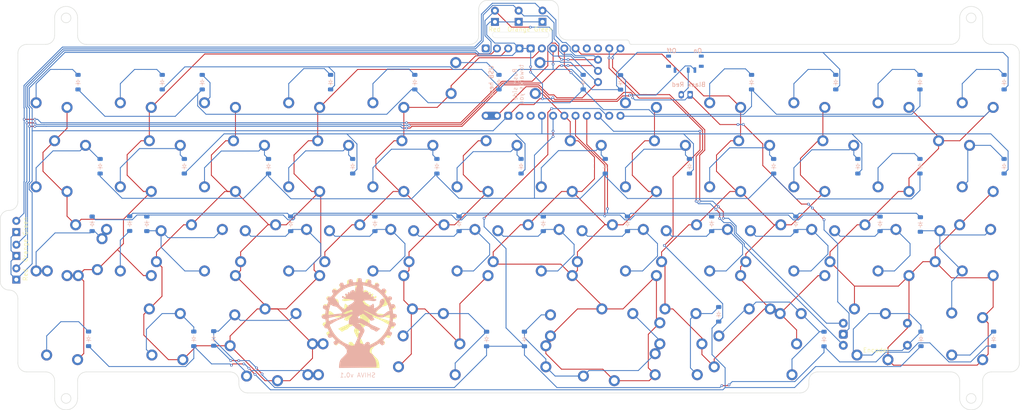
<source format=kicad_pcb>
(kicad_pcb (version 20221018) (generator pcbnew)
  (layers (0 "F.Cu" signal) (31 "B.Cu" signal) (34 "B.Paste" user) (35 "F.Paste" user) (36 "B.SilkS" user "B.Silkscreen") (37 "F.SilkS" user "F.Silkscreen") (38 "B.Mask" user) (39 "F.Mask" user) (44 "Edge.Cuts" user))
  (net 0 "")
  (net 1 "Net-(D1-A)")
  (net 2 "Net-(D2-A)")
  (net 3 "Net-(D3-A)")
  (net 4 "Net-(D4-A)")
  (net 5 "Net-(D5-A)")
  (net 6 "Net-(D6-A)")
  (net 7 "Net-(D7-A)")
  (net 8 "Net-(D8-A)")
  (net 9 "Net-(D9-A)")
  (net 10 "Net-(D10-A)")
  (net 11 "Net-(D11-A)")
  (net 12 "Net-(D12-A)")
  (net 13 "Net-(D36-A)")
  (net 14 "D39")
  (net 15 "D13")
  (net 16 "D14")
  (net 17 "D15")
  (net 18 "D16")
  (net 19 "D17")
  (net 20 "D18")
  (net 21 "D19")
  (net 22 "D20")
  (net 23 "D21")
  (net 24 "D22")
  (net 25 "D23")
  (net 26 "D24")
  (net 27 "D25")
  (net 28 "D26")
  (net 29 "D27")
  (net 30 "D28")
  (net 31 "D29")
  (net 32 "D30")
  (net 33 "D31")
  (net 34 "D33")
  (net 35 "D34")
  (net 36 "D35")
  (net 37 "D56")
  (net 38 "D32")
  (net 39 "D40")
  (net 40 "D41")
  (net 41 "D42")
  (net 42 "D96")
  (net 43 "D43")
  (net 44 "D37")
  (net 45 "D38")
  (net 46 "row0")
  (net 47 "row1")
  (net 48 "row2")
  (net 49 "row3")
  (net 50 "col0")
  (net 51 "col1")
  (net 52 "col2")
  (net 53 "col3")
  (net 54 "col4")
  (net 55 "col5")
  (net 56 "row4")
  (net 57 "row5")
  (net 58 "row6")
  (net 59 "row7")
  (net 60 "rotA")
  (net 61 "rotB")
  (net 63 "Net-(BT1-+)")
  (net 64 "gnd")
  (net 65 "raw")
  (net 70 "led1")
  (net 71 "led2")
  (net 72 "led3")
  (footprint "Kicad footprints:gateron-ks27" (layer "F.Cu") (at 163.1125 72.625 180)
    (fp_text reference "MX84")
    (fp_text value "MX_SW_solder")
  )
  (footprint "Kicad footprints:gateron-ks27" (layer "F.Cu") (at 158.35 72.625 -90)
    (fp_text reference "MX31")
    (fp_text value "MX_SW_solder")
  )
  (footprint "Kicad footprints:gateron-ks27" (layer "F.Cu") (at 89.2935 96.438 90)
    (fp_text reference "MX73")
    (fp_text value "MX_SW_solder")
  )
  (footprint "PCM_marbastlib-various:ROT_Alps_EC11E-Switch" (layer "F.Cu") (at 220.2625 91.675 -90)
    (fp_text reference "SW1" hide)
    (fp_text value "RotaryEncoder_Switch")
  )
  (footprint "Kicad footprints:gateron-ks27" (layer "F.Cu") (at 129.775 53.575)
    (fp_text reference "MX18")
    (fp_text value "MX_SW_solder")
  )
  (footprint "Kicad footprints:gateron-ks27" (layer "F.Cu") (at 84.53125 91.675 180)
    (fp_text reference "MX38")
    (fp_text value "MX_SW_solder")
  )
  (footprint "Kicad footprints:gateron-ks27" (layer "F.Cu") (at 91.675 34.525)
    (fp_text reference "MX4")
    (fp_text value "MX_SW_solder")
  )
  (footprint "Kicad footprints:gateron-ks27" (layer "F.Cu") (at 196.44975 96.4375 90)
    (fp_text reference "MX72")
    (fp_text value "MX_SW_solder")
  )
  (footprint "Kicad footprints:gateron-ks27" (layer "F.Cu") (at 191.6875 53.575 180)
    (fp_text reference "MX52")
    (fp_text value "MX_SW_solder")
  )
  (footprint "Kicad footprints:gateron-ks27" (layer "F.Cu") (at 129.775 34.525 -90)
    (fp_text reference "MX6")
    (fp_text value "MX_SW_solder")
  )
  (footprint "Kicad footprints:gateron-ks27" (layer "F.Cu") (at 86.9125 72.625 180)
    (fp_text reference "MX80")
    (fp_text value "MX_SW_solder")
  )
  (footprint "Kicad footprints:gateron-ks27" (layer "F.Cu") (at 236.93125 53.575 180)
    (fp_text reference "MX54")
    (fp_text value "MX_SW_solder")
  )
  (footprint "Kicad footprints:gateron-ks27" (layer "F.Cu") (at 91.675 72.625)
    (fp_text reference "MX58")
    (fp_text value "MX_SW_solder")
  )
  (footprint "Kicad footprints:gateron-ks27" (layer "F.Cu") (at 182.1625 72.625 180)
    (fp_text reference "MX85")
    (fp_text value "MX_SW_solder")
  )
  (footprint "Kicad footprints:gateron-ks27" (layer "F.Cu") (at 205.975 34.525)
    (fp_text reference "MX10")
    (fp_text value "MX_SW_solder")
  )
  (footprint "Kicad footprints:gateron-ks27" (layer "F.Cu") (at 225.025 34.525)
    (fp_text reference "MX11")
    (fp_text value "MX_SW_solder")
  )
  (footprint "Kicad footprints:gateron-ks27" (layer "F.Cu") (at 37.05025 72.625)
    (fp_text reference "MX67")
    (fp_text value "MX_SW_solder")
  )
  (footprint "Kicad footprints:gateron-ks27" (layer "F.Cu") (at 144.0625 72.625 180)
    (fp_text reference "MX83")
    (fp_text value "MX_SW_solder")
  )
  (footprint "Kicad footprints:gateron-ks27" (layer "F.Cu") (at 239.3125 72.625 -90)
    (fp_text reference "MX77")
    (fp_text value "MX_SW_solder")
  )
  (footprint "LED_THT:LED_D3.0mm" (layer "F.Cu") (at 25.64 68.525 90)
    (fp_text reference "D45" hide)
    (fp_text value "LED")
  )
  (footprint "Kicad footprints:gateron-ks27" (layer "F.Cu") (at 158.35025 96.438)
    (fp_text reference "MX75")
    (fp_text value "MX_SW_solder")
  )
  (footprint "Kicad footprints:gateron-ks27" (layer "F.Cu") (at 244.075 72.625)
    (fp_text reference "MX66")
    (fp_text value "MX_SW_solder")
  )
  (footprint "LED_THT:LED_D3.0mm" (layer "F.Cu") (at 25.64 79.285 90)
    (fp_text reference "D44" hide)
    (fp_text value "LED")
  )
  (footprint "Kicad footprints:gateron-ks27" (layer "F.Cu") (at 165.494 96.438 90)
    (fp_text reference "MX91")
    (fp_text value "MX_SW_solder")
  )
  (footprint "Kicad footprints:gateron-ks27" (layer "F.Cu") (at 110.725 53.575)
    (fp_text reference "MX17")
    (fp_text value "MX_SW_solder")
  )
  (footprint "Kicad footprints:gateron-ks27" (layer "F.Cu") (at 72.625 72.625)
    (fp_text reference "MX57")
    (fp_text value "MX_SW_solder")
  )
  (footprint "Kicad footprints:gateron-ks27" (layer "F.Cu") (at 205.975 72.625)
    (fp_text reference "MX64")
    (fp_text value "MX_SW_solder")
  )
  (footprint "Kicad footprints:gateron-ks27" (layer "F.Cu") (at 148.825 34.525 -90)
    (fp_text reference "MX7")
    (fp_text value "MX_SW_solder")
  )
  (footprint "Kicad footprints:gateron-ks27" (layer "F.Cu") (at 129.775 72.625)
    (fp_text reference "MX60")
    (fp_text value "MX_SW_solder")
  )
  (footprint "Kicad footprints:gateron-ks27" (layer "F.Cu") (at 217.88125 91.675 180)
    (fp_text reference "MX95")
    (fp_text value "MX_SW_solder")
  )
  (footprint "Kicad footprints:gateron-ks27" (layer "F.Cu") (at 53.575 72.625)
    (fp_text reference "MX56")
    (fp_text value "MX_SW_solder")
  )
  (footprint "Kicad footprints:gateron-ks27" (layer "F.Cu") (at 86.91225 96.4375 90)
    (fp_text reference "MX68")
    (fp_text value "MX_SW_solder")
  )
  (footprint "Kicad footprints:gateron-ks27" (layer "F.Cu") (at 110.725 34.525)
    (fp_text reference "MX5")
    (fp_text value "MX_SW_solder")
  )
  (footprint "Kicad footprints:gateron-ks27" (layer "F.Cu") (at 244.075 53.575)
    (fp_text reference "MX24")
    (fp_text value "MX_SW_solder")
  )
  (footprint "Kicad footprints:gateron-ks27" (layer "F.Cu") (at 82.1495 96.438)
    (fp_text reference "MX89")
    (fp_text value "MX_SW_solder")
  )
  (footprint "Kicad footprints:gateron-ks27" (layer "F.Cu") (at 177.4 72.625 -90)
    (fp_text reference "MX32")
    (fp_text value "MX_SW_solder")
  )
  (footprint "LED_THT:LED_D3.0mm" (layer "F.Cu") (at 139.31 20.895 90)
    (fp_text reference "D48" hide)
    (fp_text value "LED")
  )
  (footprint "Kicad footprints:gateron-ks27" (layer "F.Cu") (at 77.3875 53.575 180)
    (fp_text reference "MX46")
    (fp_text value "MX_SW_solder")
  )
  (footprint "LED_THT:LED_D3.0mm" (layer "F.Cu") (at 144.7 20.885 90)
    (fp_text reference "D47" hide)
    (fp_text value "LED")
  )
  (footprint "Kicad footprints:gateron-ks27" (layer "F.Cu") (at 115.4875 53.575 180)
    (fp_text reference "MX48")
    (fp_text value "MX_SW_solder")
  )
  (footprint "Kicad footprints:gateron-ks27" (layer "F.Cu") (at 244.075 34.525)
    (fp_text reference "MX12")
    (fp_text value "MX_SW_solder")
  )
  (footprint "Kicad footprints:gateron-ks27" (layer "F.Cu") (at 151.206 96.4375 -90)
    (fp_text reference "MX70")
    (fp_text value "MX_SW_solder")
  )
  (footprint "Kicad footprints:gateron-ks27" (layer "F.Cu") (at 186.925 53.575)
    (fp_text reference "MX21")
    (fp_text value "MX_SW_solder")
  )
  (footprint "Kicad footprints:gateron-ks27" (layer "F.Cu") (at 172.6375 53.575 180)
    (fp_text reference "MX51")
    (fp_text value "MX_SW_solder")
  )
  (footprint "Kicad footprints:gateron-ks27" (layer "F.Cu") (at 210.7375 53.575 180)
    (fp_text reference "MX53")
    (fp_text value "MX_SW_solder")
  )
  (footprint "Kicad footprints:gateron-ks27" (layer "F.Cu") (at 120.25 72.625 -90)
    (fp_text reference "MX29")
    (fp_text value "MX_SW_solder")
  )
  (footprint "Kicad footprints:gateron-ks27" (layer "F.Cu") (at 34.525 34.525)
    (fp_text reference "MX1")
    (fp_text value "MX_SW_solder")
  )
  (footprint "Kicad footprints:gateron-ks27" (layer "F.Cu") (at 186.925 34.525)
    (fp_text reference "MX9")
    (fp_text value "MX_SW_solder")
  )
  (footprint "Kicad footprints:gateron-ks27" (layer "F.Cu") (at 241.69375 72.625 180)
    (fp_text reference "MX88")
    (fp_text value "MX_SW_solder")
  )
  (footprint "Kicad footprints:gateron-ks27" (layer "F.Cu") (at 175.019 96.4375 90)
    (fp_text reference "MX71")
    (fp_text value "MX_SW_solder")
  )
  (footprint "Kicad footprints:gateron-ks27" (layer "F.Cu") (at 34.525 72.625)
    (fp_text reference "MX55")
    (fp_text value "MX_SW_solder")
  )
  (footprint "Kicad footprints:gateron-ks27" (layer "F.Cu") (at 96.4375 53.575 180)
    (fp_text reference "MX47")
    (fp_text value "MX_SW_solder")
  )
  (footprint "Kicad footprints:gateron-ks27" (layer "F.Cu") (at 165.49375 91.675 90)
    (fp_text reference "MX101")
    (fp_text value "MX_SW_solder")
  )
  (footprint "Kicad footprints:gateron-ks27" (layer "F.Cu") (at 110.725 72.625)
    (fp_text reference "MX59")
    (fp_text value "MX_SW_solder")
  )
  (footprint "Kicad footprints:gateron-ks27" (layer "F.Cu") (at 198.83125 91.675 180)
    (fp_text reference "MX42")
    (fp_text value "MX_SW_solder")
  )
  (footprint "Kicad footprints:gateron-ks27" (layer "F.Cu") (at 205.975 53.575)
    (fp_text reference "MX22")
    (fp_text value "MX_SW_solder")
  )
  (footprint "Kicad footprints:gateron-ks27" (layer "F.Cu") (at 101.2 72.625 -90)
    (fp_text reference "MX28")
    (fp_text value "MX_SW_solder")
  )
  (footprint "Kicad footprints:gateron-ks27" (layer "F.Cu") (at 194.06875 91.675 180)
    (fp_text reference "MX94")
    (fp_text value "MX_SW_solder")
  )
  (footprint "Kicad footprints:gateron-ks27" (layer "F.Cu") (at 53.575 53.575)
    (fp_text reference "MX14")
    (fp_text value "MX_SW_solder")
  )
  (footprint "Kicad footprints:gateron-ks27" (layer "F.Cu") (at 167.875 34.525)
    (fp_text reference "MX8")
    (fp_text value "MX_SW_solder")
  )
  (footprint "Kicad footprints:gateron-ks27" (layer "F.Cu") (at 215.5 72.625 -90)
    (fp_text reference "MX34")
    (fp_text value "MX_SW_solder")
  )
  (footprint "Kicad footprints:gateron-ks27" (layer "F.Cu") (at 120.25025 96.438 90)
    (fp_text reference "MX74")
    (fp_text value "MX_SW_solder")
  )
  (footprint "Kicad footprints:gateron-ks27" (layer "F.Cu") (at 39.2875 72.625 90)
    (fp_text reference "MX25")
    (fp_text value "MX_SW_solder")
  )
  (footprint "Kicad footprints:gateron-ks27" (layer "F.Cu") (at 82.15 72.625 -90)
    (fp_text reference "MX27")
    (fp_text value "MX_SW_solder")
  )
  (footprint "Kicad footprints:gateron-ks27" (layer "F.Cu") (at 186.925 72.625)
    (fp_text reference "MX63")
    (fp_text value "MX_SW_solder")
  )
  (footprint "Kicad footprints:gateron-ks27" (layer "F.Cu") (at 125.0125 72.625 180)
    (fp_text reference "MX82")
    (fp_text value "MX_SW_solder")
  )
  (footprint "Kicad footprints:gateron-ks27" (layer "F.Cu") (at 67.8625 72.625 180)
    (fp_text reference "MX79")
    (fp_text value "MX_SW_solder")
  )
  (footprint "Kicad footprints:gateron-ks27" (layer "F.Cu") (at 105.9625 72.625 180)
    (fp_text reference "MX81")
    (fp_text value "MX_SW_solder")
  )
  (footprint "Kicad footprints:gateron-ks27" (layer "F.Cu") (at 196.45 72.625 -90)
    (fp_text reference "MX33")
    (fp_text value "MX_SW_solder")
  )
  (footprint "Kicad footprints:gateron-ks27" (layer "F.Cu") (at 220.2625 72.625 180)
    (fp_text reference "MX87")
    (fp_text value "MX_SW_solder")
  )
  (footprint "Kicad footprints:gateron-ks27" (layer "F.Cu") (at 41.66875 72.625 180)
    (fp_text reference "MX78")
    (fp_text value "MX_SW_solder")
  )
  (footprint "Kicad footprints:gateron-ks27" (layer "F.Cu") (at 153.5875 53.575 180)
    (fp_text reference "MX50")
    (fp_text value "MX_SW_solder")
  )
  (footprint "Kicad footprints:gateron-ks27" (layer "F.Cu") (at 167.875 72.625)
    (fp_text reference "MX62")
    (fp_text value "MX_SW_solder")
  )
  (footprint "Kicad footprints:gateron-ks27" (layer "F.Cu") (at 225.025 53.575)
    (fp_text reference "MX23")
    (fp_text value "MX_SW_solder")
  )
  (footprint "Kicad footprints:gateron-ks27" (layer "F.Cu") (at 91.675 53.575)
    (fp_text reference "MX16")
    (fp_text value "MX_SW_solder")
  )
  (footprint "Kicad footprints:gateron-ks27" (layer "F.Cu") (at 72.625 53.575)
    (fp_text reference "MX15")
    (fp_text value "MX_SW_solder")
  )
  (footprint "Kicad footprints:gateron-ks27" (layer "F.Cu") (at 241.69375 91.675)
    (fp_text reference "MX96")
    (fp_text value "MX_SW_solder")
  )
  (footprint "Kicad footprints:gateron-ks27" (layer "F.Cu") (at 220.2625 91.675)
    (fp_text reference "MX43")
    (fp_text value "MX_SW_solder")
  )
  (footprint "Kicad footprints:gateron-ks27" (layer "F.Cu") (at 167.875 53.575)
    (fp_text reference "MX20")
    (fp_text value "MX_SW_solder")
  )
  (footprint "Kicad footprints:gateron-ks27" (layer "F.Cu") (at 34.525 53.575)
    (fp_text reference "MX13")
    (fp_text value "MX_SW_solder")
  )
  (footprint "LED_THT:LED_D3.0mm" (layer "F.Cu") (at 25.65 73.915 90)
    (fp_text reference "D46" hide)
    (fp_text value "LED")
  )
  (footprint "Kicad footprints:gateron-ks27" (layer "F.Cu") (at 148.825 53.575)
    (fp_text reference "MX19")
    (fp_text value "MX_SW_solder")
  )
  (footprint "Kicad footprints:gateron-ks27" (layer "F.Cu") (at 160.73125 91.675 180)
    (fp_text reference "MX93")
    (fp_text value "MX_SW_solder")
  )
  (footprint "LED_THT:LED_D3.0mm" (layer "F.Cu") (at 133.94 20.905 90)
    (fp_text reference "D49" hide)
    (fp_text value "LED")
  )
  (footprint "Kicad footprints:gateron-ks27" (layer "F.Cu") (at 36.90625 91.675)
    (fp_text reference "MX36")
    (fp_text value "MX_SW_solder")
  )
  (footprint "alpha4:shiva" (layer "F.Cu") (at 103.23 88.97)
    (fp_text reference "G***" hide)
    (fp_text value "LOGO" hide)
  )
  (footprint "Kicad footprints:gateron-ks27" (layer "F.Cu") (at 151.20625 91.675 -90)
    (fp_text reference "MX40")
    (fp_text value "MX_SW_solder")
  )
  (footprint "Kicad footprints:gateron-ks27" (layer "F.Cu") (at 117.86875 91.675 180)
    (fp_text reference "MX39")
    (fp_text value "MX_SW_solder")
  )
  (footprint "Kicad footprints:gateron-ks27" (layer "F.Cu") (at 63.1 72.625 -90)
    (fp_text reference "MX26")
    (fp_text value "MX_SW_solder")
  )
  (footprint "Kicad footprints:gateron-ks27" (layer "F.Cu") (at 134.5375 53.575 180)
    (fp_text reference "MX49")
    (fp_text value "MX_SW_solder")
  )
  (footprint "Kicad footprints:gateron-ks27" (layer "F.Cu") (at 79.76875 91.675 -90)
    (fp_text reference "MX99")
    (fp_text value "MX_SW_solder")
  )
  (footprint "Kicad footprints:gateron-ks27" (layer "F.Cu") (at 36.90625 53.575 180)
    (fp_text reference "MX44")
    (fp_text value "MX_SW_solder")
  )
  (footprint "Kicad footprints:gateron-ks27" (layer "F.Cu") (at 139.3 72.625 -90)
    (fp_text reference "MX30")
    (fp_text value "MX_SW_solder")
  )
  (footprint "Kicad footprints:gateron-ks27" (layer "F.Cu") (at 117.869 96.4375 -90)
    (fp_text reference "MX69")
    (fp_text value "MX_SW_solder")
  )
  (footprint "Kicad footprints:gateron-ks27" (layer "F.Cu") (at 58.3375 53.575 180)
    (fp_text reference "MX45")
    (fp_text value "MX_SW_solder")
  )
  (footprint "Kicad footprints:gateron-ks27" (layer "F.Cu") (at 60.71875 91.675)
    (fp_text reference "MX37")
    (fp_text value "MX_SW_solder")
  )
  (footprint "Kicad footprints:gateron-ks27" (layer "F.Cu") (at 148.825 72.625)
    (fp_text reference "MX61")
    (fp_text value "MX_SW_solder")
  )
  (footprint "Kicad footprints:gateron-ks27" (layer "F.Cu") (at 225.025 72.625)
    (fp_text reference "MX65")
    (fp_text value "MX_SW_solder")
  )
  (footprint "Kicad footprints:gateron-ks27" (layer "F.Cu") (at 53.575 34.525)
    (fp_text reference "MX2")
    (fp_text value "MX_SW_solder")
  )
  (footprint "Kicad footprints:gateron-ks27" (layer "F.Cu") (at 189.3065 96.438 -90)
    (fp_text reference "MX76")
    (fp_text value "MX_SW_solder")
  )
  (footprint "Kicad footprints:gateron-ks27" (layer "F.Cu") (at 241.69375 82.15)
    (fp_text reference "MX35")
    (fp_text value "MX_SW_solder")
  )
  (footprint "Kicad footprints:gateron-ks27" (layer "F.Cu") (at 201.2125 72.625 180)
    (fp_text reference "MX86")
    (fp_text value "MX_SW_solder")
  )
  (footprint "Kicad footprints:gateron-ks27" (layer "F.Cu") (at 175.01875 91.675 180)
    (fp_text reference "MX41")
    (fp_text value "MX_SW_solder")
  )
  (footprint "Kicad footprints:gateron-ks27" (layer "F.Cu") (at 58.3375 91.675 180)
    (fp_text reference "MX98")
    (fp_text value "MX_SW_solder")
  )
  (footprint "Kicad footprints:gateron-ks27" (layer "F.Cu") (at 72.625 34.525)
    (fp_text reference "MX3")
    (fp_text value "MX_SW_solder")
  )
  (footprint "Kicad footprints:D_SOD-123 invisible designator" (layer "B.Cu") (at 63.655 53.605 90)
    (fp_text reference "D14" hide)
    (fp_text value "1N4448W")
  )
  (footprint "Kicad footprints:D_SOD-123 invisible designator" (layer "B.Cu") (at 139.855 53.605 90)
    (fp_text reference "D18" hide)
    (fp_text value "1N4448W")
  )
  (footprint "Kicad footprints:D_SOD-123 invisible designator" (layer "B.Cu") (at 249.155 34.555 90)
    (fp_text reference "D12" hide)
    (fp_text value "1N4448W")
  )
  (footprint "Kicad footprints:D_SOD-123 invisible designator" (layer "B.Cu") (at 163.93 66.655 -90)
    (fp_text reference "D31" hide)
    (fp_text value "1N4448W")
  )
  (footprint "Kicad footprints:D_SOD-123 invisible designator" (layer "B.Cu") (at 101.755 53.605 90)
    (fp_text reference "D16" hide)
    (fp_text value "1N4448W")
  )
  (footprint "Kicad footprints:D_SOD-123 invisible designator" (layer "B.Cu") (at 44.605 53.605 90)
    (fp_text reference "D13" hide)
    (fp_text value "1N4448W")
  )
  (footprint "Kicad footprints:D_SOD-123 invisible designator" (layer "B.Cu") (at 208.4 92.75 90)
    (fp_text reference "D42" hide)
    (fp_text value "1N4448W")
  )
  (footprint "Kicad footprints:D_SOD-123 invisible designator" (layer "B.Cu") (at 184.57 87.14 90)
    (fp_text reference "D41" hide)
    (fp_text value "1N4448W")
  )
  (footprint "Kicad footprints:D_SOD-123 invisible designator" (layer "B.Cu") (at 58.655 34.555 90)
    (fp_text reference "D2" hide)
    (fp_text value "1N4448W")
  )
  (footprint "Kicad footprints:D_SOD-123 invisible designator" (layer "B.Cu") (at 120.805 53.605 90)
    (fp_text reference "D17" hide)
    (fp_text value "1N4448W")
  )
  (footprint "Connector_JST:JST_PH_S2B-PH-K_1x02_P2.00mm_Horizontal" (layer "B.Cu") (at 178.1 37.41 180)
    (fp_text reference "BT1" hide)
    (fp_text value "Battery_Cell")
  )
  (footprint "Kicad footprints:D_SOD-123 invisible designator" (layer "B.Cu") (at 230.105 53.605 90)
    (fp_text reference "D23" hide)
    (fp_text value "1N4448W")
  )
  (footprint "Kicad footprints:D_SOD-123 invisible designator" (layer "B.Cu") (at 221.08 66.655 -90)
    (fp_text reference "D34" hide)
    (fp_text value "1N4448W")
  )
  (footprint "PCM_marbastlib-xp-promicroish:nice_nano_AH_USBup" (layer "B.Cu") (at 148.37 34.54 -90)
    (fp_text reference "U1" hide)
    (fp_text value "nice_nano")
  )
  (footprint "Kicad footprints:D_SOD-123 invisible designator" (layer "B.Cu") (at 230.3425 92.705 90)
    (fp_text reference "D43" hide)
    (fp_text value "1N4448W")
  )
  (footprint "Kicad footprints:D_SOD-123 invisible designator" (layer "B.Cu") (at 230.105 34.555 90)
    (fp_text reference "D11" hide)
    (fp_text value "1N4448W")
  )
  (footprint "Kicad footprints:D_SOD-123 invisible designator" (layer "B.Cu") (at 87.73 66.655 -90)
    (fp_text reference "D27" hide)
    (fp_text value "1N4448W")
  )
  (footprint "Kicad footprints:D_SOD-123 invisible designator" (layer "B.Cu") (at 70.31 92.62 90)
    (fp_text reference "D38" hide)
    (fp_text value "1N4448W")
  )
  (footprint "Kicad footprints:D_SOD-123 invisible designator" (layer "B.Cu") (at 177.955 53.605 90)
    (fp_text reference "D20" hide)
    (fp_text value "1N4448W")
  )
  (footprint "Kicad footprints:D_SOD-123 invisible designator" (layer "B.Cu") (at 158.905 53.605 90)
    (fp_text reference "D19" hide)
    (fp_text value "1N4448W")
  )
  (footprint "Kicad footprints:D_SOD-123 invisible designator" (layer "B.Cu") (at 115.805 34.555 90)
    (fp_text reference "D5" hide)
    (fp_text value "1N4448W")
  )
  (footprint "Kicad footprints:D_SOD-123 invisible designator" (layer "B.Cu") (at 96.755 34.555 90)
    (fp_text reference "D4" hide)
    (fp_text value "1N4448W")
  )
  (footprint "Kicad footprints:D_SOD-123 invisible designator" (layer "B.Cu") (at 67.705 34.555 90)
    (fp_text reference "D3" hide)
    (fp_text value "1N4448W")
  )
  (footprint "Kicad footprints:D_SOD-123 invisible designator" (layer "B.Cu") (at 55.17 66.6525 -90)
    (fp_text reference "D26" hide)
    (fp_text value "1N4448W")
  )
  (footprint "Kicad footprints:D_SOD-123 invisible designator" (layer "B.Cu") (at 82.705 53.605 90)
    (fp_text reference "D15" hide)
    (fp_text value "1N4448W")
  )
  (footprint "Kicad footprints:D_SOD-123 invisible designator" (layer "B.Cu") (at 134.855 34.555 90)
    (fp_text reference "D6" hide)
    (fp_text value "1N4448W")
  )
  (footprint "Kicad footprints:D_SOD-123 invisible designator" (layer "B.Cu") (at 153.905 34.555 90)
    (fp_text reference "D7" hide)
    (fp_text value "1N4448W")
  )
  (footprint "Kicad footprints:D_SOD-123 invisible designator" (layer "B.Cu") (at 182.98 66.655 -90)
    (fp_text reference "D32" hide)
    (fp_text value "1N4448W")
  )
  (footprint "Kicad footprints:D_SOD-123 invisible designator" (layer "B.Cu") (at 125.83 66.655 -90)
    (fp_text reference "D29" hide)
    (fp_text value "1N4448W")
  )
  (footprint "PCM_marbastlib-various:SW_MSK12C02-HB" (layer "B.Cu") (at 176.93 29.81 180)
    (fp_text reference "SW2" hide)
    (fp_text value "SW_DIP_x01")
  )
  (footprint "Kicad footprints:D_SOD-123 invisible designator" (layer "B.Cu") (at 192.005 34.555 90)
    (fp_text reference "D9" hide)
    (fp_text value "1N4448W")
  )
  (footprint "Kicad footprints:D_SOD-123 invisible designator" (layer "B.Cu") (at 51.29 66.61 -90)
    (fp_text reference "D56" hide)
    (fp_text value "1N4448W")
  )
  (footprint "Kicad footprints:D_SOD-123 invisible designator" (layer "B.Cu") (at 249.155 53.605 90)
    (fp_text reference "D24" hide)
    (fp_text value "1N4448W")
  )
  (footprint "Kicad footprints:D_SOD-123 invisible designator" (layer "B.Cu") (at 202.03 66.655 -90)
    (fp_text reference "D33" hide)
    (fp_text value "1N4448W")
  )
  (footprint "Kicad footprints:D_SOD-123 invisible designator" (layer "B.Cu") (at 39.605 34.555 90)
    (fp_text reference "D1" hide)
    (fp_text value "1N4448W")
  )
  (footprint "Kicad footprints:D_SOD-123 invisible designator" (layer "B.Cu") (at 132.05 92.74 90)
    (fp_text reference "D39" hide)
    (fp_text value "1N4448W")
  )
  (footprint "Kicad footprints:D_SOD-123 invisible designator" (layer "B.Cu") (at 106.78 66.655 -90)
    (fp_text reference "D28" hide)
    (fp_text value "1N4448W")
  )
  (footprint "Kicad footprints:D_SOD-123 invisible designator" (layer "B.Cu") (at 216.055 53.605 90)
    (fp_text reference "D22" hide)
    (fp_text value "1N4448W")
  )
  (footprint "Kicad footprints:D_SOD-123 invisible designator" (layer "B.Cu") (at 246.77375 92.705 90)
    (fp_text reference "D96" hide)
    (fp_text value "1N4448W")
  )
  (footprint "Kicad footprints:D_SOD-123 invisible designator" (layer "B.Cu") (at 197.005 53.605 90)
    (fp_text reference "D21" hide)
    (fp_text value "1N4448W")
  )
  (footprint "Kicad footprints:D_SOD-123 invisible designator" (layer "B.Cu") (at 144.88 66.655 -90)
    (fp_text reference "D30" hide)
    (fp_text value "1N4448W")
  )
  (footprint "Kicad footprints:D_SOD-123 invisible designator" (layer "B.Cu") (at 211.055 34.555 90)
    (fp_text reference "D10" hide)
    (fp_text value "1N4448W")
  )
  (footprint "Kicad footprints:D_SOD-123 invisible designator" (layer "B.Cu") (at 162.36 34.5975 90)
    (fp_text reference "D8" hide)
    (fp_text value "1N4448W")
  )
  (footprint "Kicad footprints:D_SOD-123 invisible designator" (layer "B.Cu") (at 140.61 92.74 90)
    (fp_text reference "D40" hide)
    (fp_text value "1N4448W")
  )
  (footprint "Kicad footprints:D_SOD-123 invisible designator" (layer "B.Cu") (at 230.2 66.8 -90)
    (fp_text reference "D35" hide)
    (fp_text value "1N4448W")
  )
  (footprint "Kicad footprints:D_SOD-123 invisible designator" (layer "B.Cu") (at 65.79875 92.705 90)
    (fp_text reference "D37" hide)
    (fp_text value "1N4448W")
  )
  (footprint "Kicad footprints:D_SOD-123 invisible designator" (layer "B.Cu") (at 41.98625 92.705 90)
    (fp_text reference "D36" hide)
    (fp_text value "1N4448W")
  )
  (footprint "alpha4:shiva" (layer "B.Cu") (at 103.23 88.97 180)
    (fp_text reference "G***" hide)
    (fp_text value "LOGO" hide)
  )
  (footprint "Kicad footprints:D_SOD-123 invisible designator" (layer "B.Cu") (at 42.8 66.6425 -90)
    (fp_text reference "D25" hide)
    (fp_text value "1N4448W")
  )
  (gr_arc (start 237.09375 100.2) (mid 238.507964 100.785786) (end 239.09375 102.2) (stroke (width 0.1)) (layer "Edge.Cuts"))
  (gr_arc (start 32.30625 100.2) (mid 33.720464 100.785786) (end 34.30625 102.2) (stroke (width 0.1)) (layer "Edge.Cuts"))
  (gr_line (start 250.6 26) (end 246.29375 26) (stroke (width 0.1)) (layer "Edge.Cuts"))
  (gr_line (start 163.825 25) (end 150.325 25) (stroke (width 0.1)) (layer "Edge.Cuts"))
  (gr_arc (start 204.975 102.2) (mid 205.560786 100.785786) (end 206.975 100.2) (stroke (width 0.1)) (layer "Edge.Cuts"))
  (gr_arc (start 24 81.65) (mid 22.585786 81.064214) (end 22 79.65) (stroke (width 0.1)) (layer "Edge.Cuts"))
  (gr_line (start 34.30625 20) (end 34.30625 24) (stroke (width 0.1)) (layer "Edge.Cuts"))
  (gr_arc (start 78.00625 104.9625) (mid 76.592036 104.376714) (end 76.00625 102.9625) (stroke (width 0.1)) (layer "Edge.Cuts"))
  (gr_arc (start 134.02 24.5) (mid 133.37 23.85) (end 134.02 23.2) (stroke (width 0.05)) (layer "Edge.Cuts"))
  (gr_circle (center 241.69375 20) (end 240.59375 20) (stroke (width 0.1)) (fill none) (layer "Edge.Cuts"))
  (gr_arc (start 145.5 23.2) (mid 146.15 23.85) (end 145.5 24.5) (stroke (width 0.05)) (layer "Edge.Cuts"))
  (gr_line (start 22 65.6) (end 22 79.65) (stroke (width 0.1)) (layer "Edge.Cuts"))
  (gr_line (start 134.02 23.2) (end 145.5 23.2) (stroke (width 0.05)) (layer "Edge.Cuts"))
  (gr_line (start 237.09375 26) (end 164.825 26) (stroke (width 0.1)) (layer "Edge.Cuts"))
  (gr_line (start 146.325 15.99375) (end 132.275 15.99375) (stroke (width 0.1)) (layer "Edge.Cuts"))
  (gr_arc (start 239.09375 20) (mid 241.69375 17.4) (end 244.29375 20) (stroke (width 0.1)) (layer "Edge.Cuts"))
  (gr_arc (start 130.275 24) (mid 129.689214 25.414214) (end 128.275 26) (stroke (width 0.1)) (layer "Edge.Cuts"))
  (gr_line (start 130.275 17.99375) (end 130.275 24) (stroke (width 0.1)) (layer "Edge.Cuts"))
  (gr_arc (start 39.50625 106.2) (mid 36.90625 108.8) (end 34.30625 106.2) (stroke (width 0.1)) (layer "Edge.Cuts"))
  (gr_arc (start 41.50625 26) (mid 40.092036 25.414214) (end 39.50625 24) (stroke (width 0.1)) (layer "Edge.Cuts"))
  (gr_arc (start 74.00625 100.2) (mid 75.420464 100.785786) (end 76.00625 102.2) (stroke (width 0.1)) (layer "Edge.Cuts"))
  (gr_line (start 252.6 98.2) (end 252.6 28) (stroke (width 0.1)) (layer "Edge.Cuts"))
  (gr_line (start 34.30625 102.2) (end 34.30625 106.2) (stroke (width 0.1)) (layer "Edge.Cuts"))
  (gr_line (start 26 83.65) (end 26 98.2) (stroke (width 0.1)) (layer "Edge.Cuts"))
  (gr_circle (center 36.90625 20) (end 35.80625 20) (stroke (width 0.1)) (fill none) (layer "Edge.Cuts"))
  (gr_circle (center 36.90625 106.2) (end 35.80625 106.2) (stroke (width 0.1)) (fill none) (layer "Edge.Cuts"))
  (gr_arc (start 146.325 15.99375) (mid 147.739214 16.579536) (end 148.325 17.99375) (stroke (width 0.1)) (layer "Edge.Cuts"))
  (gr_line (start 148.325 23) (end 148.325 17.99375) (stroke (width 0.1)) (layer "Edge.Cuts"))
  (gr_arc (start 204.975 102.9625) (mid 204.389214 104.376714) (end 202.975 104.9625) (stroke (width 0.1)) (layer "Edge.Cuts"))
  (gr_arc (start 26 28) (mid 26.585786 26.585786) (end 28 26) (stroke (width 0.1)) (layer "Edge.Cuts"))
  (gr_line (start 244.29375 24) (end 244.29375 20) (stroke (width 0.1)) (layer "Edge.Cuts"))
  (gr_arc (start 22 65.6) (mid 22.585786 64.185786) (end 24 63.6) (stroke (width 0.1)) (layer "Edge.Cuts"))
  (gr_line (start 76.00625 102.2) (end 76.00625 102.9625) (stroke (width 0.1)) (layer "Edge.Cuts"))
  (gr_line (start 39.50625 106.2) (end 39.50625 102.2) (stroke (width 0.1)) (layer "Edge.Cuts"))
  (gr_arc (start 28 100.2) (mid 26.585786 99.614214) (end 26 98.2) (stroke (width 0.1)) (layer "Edge.Cuts"))
  (gr_arc (start 39.50625 102.2) (mid 40.092036 100.785786) (end 41.50625 100.2) (stroke (width 0.1)) (layer "Edge.Cuts"))
  (gr_line (start 239.09375 102.2) (end 239.09375 106.2) (stroke (width 0.1)) (layer "Edge.Cuts"))
  (gr_arc (start 34.30625 24) (mid 33.720464 25.414214) (end 32.30625 26) (stroke (width 0.1)) (layer "Edge.Cuts"))
  (gr_line (start 145.5 24.5) (end 134.02 24.5) (stroke (width 0.05)) (layer "Edge.Cuts"))
  (gr_arc (start 150.325 25) (mid 148.910786 24.414214) (end 148.325 23) (stroke (width 0.1)) (layer "Edge.Cuts"))
  (gr_arc (start 164.825 26) (mid 164.471447 25.853553) (end 164.325 25.5) (stroke (width 0.1)) (layer "Edge.Cuts"))
  (gr_line (start 39.50625 24) (end 39.50625 20) (stroke (width 0.1)) (layer "Edge.Cuts"))
  (gr_arc (start 250.6 26) (mid 252.014214 26.585786) (end 252.6 28) (stroke (width 0.1)) (layer "Edge.Cuts"))
  (gr_line (start 128.275 26) (end 41.50625 26) (stroke (width 0.1)) (layer "Edge.Cuts"))
  (gr_arc (start 246.29375 26) (mid 244.879536 25.414214) (end 244.29375 24) (stroke (width 0.1)) (layer "Edge.Cuts"))
  (gr_arc (start 34.30625 20) (mid 36.90625 17.4) (end 39.50625 20) (stroke (width 0.1)) (layer "Edge.Cuts"))
  (gr_line (start 239.09375 20) (end 239.09375 24) (stroke (width 0.1)) (layer "Edge.Cuts"))
  (gr_arc (start 24 81.65) (mid 25.414214 82.235786) (end 26 83.65) (stroke (width 0.1)) (layer "Edge.Cuts"))
  (gr_line (start 206.975 100.2) (end 237.09375 100.2) (stroke (width 0.1)) (layer "Edge.Cuts"))
  (gr_arc (start 252.6 98.2) (mid 252.014214 99.614214) (end 250.6 100.2) (stroke (width 0.1)) (layer "Edge.Cuts"))
  (gr_line (start 32.30625 26) (end 28 26) (stroke (width 0.1)) (layer "Edge.Cuts"))
  (gr_line (start 246.29375 100.2) (end 250.6 100.2) (stroke (width 0.1)) (layer "Edge.Cuts"))
  (gr_line (start 26 28) (end 26 61.6) (stroke (width 0.1)) (layer "Edge.Cuts"))
  (gr_line (start 244.29375 106.2) (end 244.29375 102.2) (stroke (width 0.1)) (layer "Edge.Cuts"))
  (gr_arc (start 244.29375 106.2) (mid 241.69375 108.8) (end 239.09375 106.2) (stroke (width 0.1)) (layer "Edge.Cuts"))
  (gr_line (start 41.50625 100.2) (end 74.00625 100.2) (stroke (width 0.1)) (layer "Edge.Cuts"))
  (gr_arc (start 163.825 25) (mid 164.178553 25.146447) (end 164.325 25.5) (stroke (width 0.1)) (layer "Edge.Cuts"))
  (gr_arc (start 239.09375 24) (mid 238.507964 25.414214) (end 237.09375 26) (stroke (width 0.1)) (layer "Edge.Cuts"))
  (gr_line (start 28 100.2) (end 32.30625 100.2) (stroke (width 0.1)) (layer "Edge.Cuts"))
  (gr_arc (start 26 61.6) (mid 25.414214 63.014214) (end 24 63.6) (stroke (width 0.1)) (layer "Edge.Cuts"))
  (gr_arc (start 130.275 17.99375) (mid 130.860786 16.579536) (end 132.275 15.99375) (stroke (width 0.1)) (layer "Edge.Cuts"))
  (gr_line (start 204.975 102.9625) (end 204.975 102.2) (stroke (width 0.1)) (layer "Edge.Cuts"))
  (gr_line (start 78.00625 104.9625) (end 202.975 104.9625) (stroke (width 0.1)) (layer "Edge.Cuts"))
  (gr_circle (center 241.69375 106.2) (end 240.59375 106.2) (stroke (width 0.1)) (fill none) (layer "Edge.Cuts"))
  (gr_arc (start 244.29375 102.2) (mid 244.879536 100.785786) (end 246.29375 100.2) (stroke (width 0.1)) (layer "Edge.Cuts"))
  (gr_text "Black" (at 181.71 35.68) (layer "B.SilkS") (effects (font (size 1 1)) (justify left bottom mirror)))
  (gr_text "SHIVA v0.1" (at 106.99 101.52) (layer "B.SilkS") (effects (font (size 1 1) (thickness 0.1)) (justify left bottom mirror)))
  (gr_text "Red" (at 176.82 35.69) (layer "B.SilkS") (effects (font (size 1 1)) (justify left bottom mirror)))
  (gr_text "Encoder" (at 217.16 95.85) (layer "F.SilkS") (effects (font (size 1 1) (thickness 0.1)) (justify left bottom)))
  (gr_text "Red  Orange Green" (at 132.4 23.16) (layer "F.SilkS") (effects (font (size 1 1) (thickness 0.1)) (justify left bottom)))
  (gr_text "Red  Orange Green" (at 28.29 79.65 90) (layer "F.SilkS") (effects (font (size 1 1) (thickness 0.1)) (justify left bottom)))
  (segment (start 38.375 31.675) (end 39.605 32.905) (width 0.2) (layer "B.Cu") (net 1))
  (segment (start 33.344491 31.675) (end 38.375 31.675) (width 0.2) (layer "B.Cu") (net 1))
  (segment (start 30.125 34.894491) (end 33.344491 31.675) (width 0.2) (layer "B.Cu") (net 1))
  (segment (start 30.125 39.225) (end 30.125 34.894491) (width 0.2) (layer "B.Cu") (net 1))
  (segment (start 49.175 34.894491) (end 52.394491 31.675) (width 0.2) (layer "B.Cu") (net 2))
  (segment (start 52.394491 31.675) (end 57.425 31.675) (width 0.2) (layer "B.Cu") (net 2))
  (segment (start 49.175 39.225) (end 49.175 34.894491) (width 0.2) (layer "B.Cu") (net 2))
  (segment (start 57.425 31.675) (end 58.655 32.905) (width 0.2) (layer "B.Cu") (net 2))
  (segment (start 69.474999 37.975001) (end 69.474999 34.674999) (width 0.2) (layer "B.Cu") (net 3))
  (segment (start 69.474999 34.674999) (end 67.705 32.905) (width 0.2) (layer "B.Cu") (net 3))
  (segment (start 68.225 39.225) (end 69.474999 37.975001) (width 0.2) (layer "B.Cu") (net 3))
  (segment (start 90.689491 31.48) (end 95.33 31.48) (width 0.2) (layer "B.Cu") (net 4))
  (segment (start 87.275 39.225) (end 87.275 34.894491) (width 0.2) (layer "B.Cu") (net 4))
  (segment (start 95.33 31.48) (end 96.755 32.905) (width 0.2) (layer "B.Cu") (net 4))
  (segment (start 87.275 34.894491) (end 90.689491 31.48) (width 0.2) (layer "B.Cu") (net 4))
  (segment (start 109.629491 31.59) (end 114.49 31.59) (width 0.2) (layer "B.Cu") (net 5))
  (segment (start 106.325 39.225) (end 106.325 34.894491) (width 0.2) (layer "B.Cu") (net 5))
  (segment (start 114.49 31.59) (end 115.805 32.905) (width 0.2) (layer "B.Cu") (net 5))
  (segment (start 106.325 34.894491) (end 109.629491 31.59) (width 0.2) (layer "B.Cu") (net 5))
  (segment (start 125.075 30.125) (end 132.075 30.125) (width 0.2) (layer "B.Cu") (net 6))
  (segment (start 132.075 30.125) (end 134.855 32.905) (width 0.2) (layer "B.Cu") (net 6))
  (segment (start 144.125 30.125) (end 144.4 29.85) (width 0.2) (layer "B.Cu") (net 7))
  (segment (start 151.05 30.05) (end 153.905 32.905) (width 0.2) (layer "B.Cu") (net 7))
  (segment (start 144.4 29.85) (end 148.601471 29.85) (width 0.2) (layer "B.Cu") (net 7))
  (segment (start 148.801471 30.05) (end 151.05 30.05) (width 0.2) (layer "B.Cu") (net 7))
  (segment (start 148.601471 29.85) (end 148.801471 30.05) (width 0.2) (layer "B.Cu") (net 7))
  (segment (start 163.475 39.225) (end 163.475 34.0625) (width 0.2) (layer "B.Cu") (net 8))
  (segment (start 163.475 34.0625) (end 162.36 32.9475) (width 0.2) (layer "B.Cu") (net 8))
  (segment (start 182.525 34.894491) (end 185.889491 31.53) (width 0.2) (layer "B.Cu") (net 9))
  (segment (start 190.63 31.53) (end 192.005 32.905) (width 0.2) (layer "B.Cu") (net 9))
  (segment (start 182.525 39.225) (end 182.525 34.894491) (width 0.2) (layer "B.Cu") (net 9))
  (segment (start 185.889491 31.53) (end 190.63 31.53) (width 0.2) (layer "B.Cu") (net 9))
  (segment (start 209.825 31.675) (end 211.055 32.905) (width 0.2) (layer "B.Cu") (net 10))
  (segment (start 204.794491 31.675) (end 209.825 31.675) (width 0.2) (layer "B.Cu") (net 10))
  (segment (start 201.575 34.894491) (end 204.794491 31.675) (width 0.2) (layer "B.Cu") (net 10))
  (segment (start 201.575 39.225) (end 201.575 34.894491) (width 0.2) (layer "B.Cu") (net 10))
  (segment (start 220.625 34.894491) (end 223.844491 31.675) (width 0.2) (layer "B.Cu") (net 11))
  (segment (start 220.625 39.225) (end 220.625 34.894491) (width 0.2) (layer "B.Cu") (net 11))
  (segment (start 228.875 31.675) (end 230.105 32.905) (width 0.2) (layer "B.Cu") (net 11))
  (segment (start 223.844491 31.675) (end 228.875 31.675) (width 0.2) (layer "B.Cu") (net 11))
  (segment (start 247.925 31.675) (end 249.155 32.905) (width 0.2) (layer "B.Cu") (net 12))
  (segment (start 242.894491 31.675) (end 247.925 31.675) (width 0.2) (layer "B.Cu") (net 12))
  (segment (start 239.675 34.894491) (end 242.894491 31.675) (width 0.2) (layer "B.Cu") (net 12))
  (segment (start 239.675 39.225) (end 239.675 34.894491) (width 0.2) (layer "B.Cu") (net 12))
  (segment (start 35.725741 88.825) (end 39.75625 88.825) (width 0.2) (layer "B.Cu") (net 13))
  (segment (start 32.50625 96.375) (end 32.50625 92.044491) (width 0.2) (layer "B.Cu") (net 13))
  (segment (start 32.50625 92.044491) (end 35.725741 88.825) (width 0.2) (layer "B.Cu") (net 13))
  (segment (start 39.75625 88.825) (end 41.98625 91.055) (width 0.2) (layer "B.Cu") (net 13))
  (segment (start 113.169 92.0375) (end 118.2315 86.975) (width 0.2) (layer "B.Cu") (net 14))
  (segment (start 122.26875 86.975) (end 127.935 86.975) (width 0.2) (layer "B.Cu") (net 14))
  (segment (start 124.95025 98.18975) (end 132.05 91.09) (width 0.2) (layer "B.Cu") (net 14))
  (segment (start 127.935 86.975) (end 132.05 91.09) (width 0.2) (layer "B.Cu") (net 14))
  (segment (start 118.2315 86.975) (end 122.26875 86.975) (width 0.2) (layer "B.Cu") (net 14))
  (segment (start 124.95025 100.838) (end 124.95025 98.18975) (width 0.2) (layer "B.Cu") (net 14))
  (segment (start 44.38625 51.955) (end 44.605 51.955) (width 0.2) (layer "B.Cu") (net 15))
  (segment (start 30.125 58.275) (end 30.125 53.944491) (width 0.2) (layer "B.Cu") (net 15))
  (segment (start 30.125 53.944491) (end 33.944492 50.124999) (width 0.2) (layer "B.Cu") (net 15))
  (segment (start 41.30625 48.875) (end 44.38625 51.955) (width 0.2) (layer "B.Cu") (net 15))
  (segment (start 40.056251 50.124999) (end 41.30625 48.875) (width 0.2) (layer "B.Cu") (net 15))
  (segment (start 33.944492 50.124999) (end 40.056251 50.124999) (width 0.2) (layer "B.Cu") (net 15))
  (segment (start 49.175 53.944491) (end 53.519491 49.6) (width 0.2) (layer "B.Cu") (net 16))
  (segment (start 53.519491 49.6) (end 62.0125 49.6) (width 0.2) (layer "B.Cu") (net 16))
  (segment (start 62.0125 49.6) (end 62.7375 48.875) (width 0.2) (layer "B.Cu") (net 16))
  (segment (start 62.7375 48.875) (end 62.7375 51.0375) (width 0.2) (layer "B.Cu") (net 16))
  (segment (start 62.7375 51.0375) (end 63.655 51.955) (width 0.2) (layer "B.Cu") (net 16))
  (segment (start 49.175 58.275) (end 49.175 53.944491) (width 0.2) (layer "B.Cu") (net 16))
  (segment (start 81.7875 48.875) (end 81.7875 51.0375) (width 0.2) (layer "B.Cu") (net 17))
  (segment (start 80.5025 50.16) (end 81.7875 48.875) (width 0.2) (layer "B.Cu") (net 17))
  (segment (start 72.009491 50.16) (end 80.5025 50.16) (width 0.2) (layer "B.Cu") (net 17))
  (segment (start 68.225 53.944491) (end 72.009491 50.16) (width 0.2) (layer "B.Cu") (net 17))
  (segment (start 68.225 58.275) (end 68.225 53.944491) (width 0.2) (layer "B.Cu") (net 17))
  (segment (start 81.7875 51.0375) (end 82.705 51.955) (width 0.2) (layer "B.Cu") (net 17))
  (segment (start 100.8375 48.875) (end 100.8375 51.0375) (width 0.2) (layer "B.Cu") (net 18))
  (segment (start 99.587501 50.124999) (end 100.8375 48.875) (width 0.2) (layer "B.Cu") (net 18))
  (segment (start 100.8375 51.0375) (end 101.755 51.955) (width 0.2) (layer "B.Cu") (net 18))
  (segment (start 91.094492 50.124999) (end 99.587501 50.124999) (width 0.2) (layer "B.Cu") (net 18))
  (segment (start 87.275 58.275) (end 87.275 53.944491) (width 0.2) (layer "B.Cu") (net 18))
  (segment (start 87.275 53.944491) (end 91.094492 50.124999) (width 0.2) (layer "B.Cu") (net 18))
  (segment (start 110.529491 49.74) (end 119.0225 49.74) (width 0.2) (layer "B.Cu") (net 19))
  (segment (start 106.325 58.275) (end 106.325 53.944491) (width 0.2) (layer "B.Cu") (net 19))
  (segment (start 106.325 53.944491) (end 110.529491 49.74) (width 0.2) (layer "B.Cu") (net 19))
  (segment (start 119.8875 51.0375) (end 120.805 51.955) (width 0.2) (layer "B.Cu") (net 19))
  (segment (start 119.0225 49.74) (end 119.8875 48.875) (width 0.2) (layer "B.Cu") (net 19))
  (segment (start 119.8875 48.875) (end 119.8875 51.0375) (width 0.2) (layer "B.Cu") (net 19))
  (segment (start 138.9375 48.875) (end 138.9375 51.0375) (width 0.2) (layer "B.Cu") (net 20))
  (segment (start 129.029491 50.29) (end 137.5225 50.29) (width 0.2) (layer "B.Cu") (net 20))
  (segment (start 125.375 53.944491) (end 129.029491 50.29) (width 0.2) (layer "B.Cu") (net 20))
  (segment (start 137.5225 50.29) (end 138.9375 48.875) (width 0.2) (layer "B.Cu") (net 20))
  (segment (start 138.9375 51.0375) (end 139.855 51.955) (width 0.2) (layer "B.Cu") (net 20))
  (segment (start 125.375 58.275) (end 125.375 53.944491) (width 0.2) (layer "B.Cu") (net 20))
  (segment (start 157.9875 48.875) (end 157.9875 51.0375) (width 0.2) (layer "B.Cu") (net 21))
  (segment (start 144.425 53.944491) (end 148.309491 50.06) (width 0.2) (layer "B.Cu") (net 21))
  (segment (start 144.425 58.275) (end 144.425 53.944491) (width 0.2) (layer "B.Cu") (net 21))
  (segment (start 157.9875 51.0375) (end 158.905 51.955) (width 0.2) (layer "B.Cu") (net 21))
  (segment (start 156.8025 50.06) (end 157.9875 48.875) (width 0.2) (layer "B.Cu") (net 21))
  (segment (start 148.309491 50.06) (end 156.8025 50.06) (width 0.2) (layer "B.Cu") (net 21))
  (segment (start 167.679491 49.74) (end 176.1725 49.74) (width 0.2) (layer "B.Cu") (net 22))
  (segment (start 163.475 58.275) (end 163.475 53.944491) (width 0.2) (layer "B.Cu") (net 22))
  (segment (start 177.0375 48.875) (end 177.0375 51.0375) (width 0.2) (layer "B.Cu") (net 22))
  (segment (start 176.1725 49.74) (end 177.0375 48.875) (width 0.2) (layer "B.Cu") (net 22))
  (segment (start 177.0375 51.0375) (end 177.955 51.955) (width 0.2) (layer "B.Cu") (net 22))
  (segment (start 163.475 53.944491) (end 167.679491 49.74) (width 0.2) (layer "B.Cu") (net 22))
  (segment (start 187.049491 49.42) (end 195.5425 49.42) (width 0.2) (layer "B.Cu") (net 23))
  (segment (start 196.0875 48.875) (end 196.0875 51.0375) (width 0.2) (layer "B.Cu") (net 23))
  (segment (start 195.5425 49.42) (end 196.0875 48.875) (width 0.2) (layer "B.Cu") (net 23))
  (segment (start 182.525 58.275) (end 182.525 53.944491) (width 0.2) (layer "B.Cu") (net 23))
  (segment (start 182.525 53.944491) (end 187.049491 49.42) (width 0.2) (layer "B.Cu") (net 23))
  (segment (start 196.0875 51.0375) (end 197.005 51.955) (width 0.2) (layer "B.Cu") (net 23))
  (segment (start 215.1375 51.0375) (end 216.055 51.955) (width 0.2) (layer "B.Cu") (net 24))
  (segment (start 215.1375 48.875) (end 215.1375 51.0375) (width 0.2) (layer "B.Cu") (net 24))
  (segment (start 214.1325 49.88) (end 215.1375 48.875) (width 0.2) (layer "B.Cu") (net 24))
  (segment (start 201.575 58.275) (end 201.575 53.944491) (width 0.2) (layer "B.Cu") (net 24))
  (segment (start 205.639491 49.88) (end 214.1325 49.88) (width 0.2) (layer "B.Cu") (net 24))
  (segment (start 201.575 53.944491) (end 205.639491 49.88) (width 0.2) (layer "B.Cu") (net 24))
  (segment (start 220.625 53.944491) (end 223.844491 50.725) (width 0.2) (layer "B.Cu") (net 25))
  (segment (start 220.625 58.275) (end 220.625 53.944491) (width 0.2) (layer "B.Cu") (net 25))
  (segment (start 228.875 50.725) (end 230.105 51.955) (width 0.2) (layer "B.Cu") (net 25))
  (segment (start 223.844491 50.725) (end 228.875 50.725) (width 0.2) (layer "B.Cu") (net 25))
  (segment (start 240.924999 57.025001) (end 240.924999 49.281251) (width 0.2) (layer "B.Cu") (net 26))
  (segment (start 240.924999 49.281251) (end 241.33125 48.875) (width 0.2) (layer "B.Cu") (net 26))
  (segment (start 239.675 58.275) (end 240.924999 57.025001) (width 0.2) (layer "B.Cu") (net 26))
  (segment (start 246.075 48.875) (end 249.155 51.955) (width 0.2) (layer "B.Cu") (net 26))
  (segment (start 241.33125 48.875) (end 246.075 48.875) (width 0.2) (layer "B.Cu") (net 26))
  (segment (start 30.125 77.325) (end 32.65025 77.325) (width 0.2) (layer "B.Cu") (net 27))
  (segment (start 43.305 68.2925) (end 42.8 68.2925) (width 0.2) (layer "B.Cu") (net 27))
  (segment (start 46.06875 68.99375) (end 45.0375 70.025) (width 0.2) (layer "B.Cu") (net 27))
  (segment (start 30.125 72.994491) (end 34.409491 68.71) (width 0.2) (layer "B.Cu") (net 27))
  (segment (start 46.06875 67.925) (end 46.06875 68.99375) (width 0.2) (layer "B.Cu") (net 27))
  (segment (start 34.409491 68.71) (end 42.3825 68.71) (width 0.2) (layer "B.Cu") (net 27))
  (segment (start 42.3825 68.71) (end 42.8 68.2925) (width 0.2) (layer "B.Cu") (net 27))
  (segment (start 30.125 77.325) (end 30.125 72.994491) (width 0.2) (layer "B.Cu") (net 27))
  (segment (start 45.0375 70.025) (end 43.305 68.2925) (width 0.2) (layer "B.Cu") (net 27))
  (segment (start 55.2475 68.225) (end 55.17 68.3025) (width 0.2) (layer "B.Cu") (net 28))
  (segment (start 59.95 69.775) (end 58.4 68.225) (width 0.2) (layer "B.Cu") (net 28))
  (segment (start 58.4 68.225) (end 55.2475 68.225) (width 0.2) (layer "B.Cu") (net 28))
  (segment (start 70.4125 69.775) (end 59.95 69.775) (width 0.2) (layer "B.Cu") (net 28))
  (segment (start 58.4 71.955509) (end 58.4 68.225) (width 0.2) (layer "B.Cu") (net 28))
  (segment (start 63.769491 77.325) (end 58.4 71.955509) (width 0.2) (layer "B.Cu") (net 28))
  (segment (start 68.225 77.325) (end 63.769491 77.325) (width 0.2) (layer "B.Cu") (net 28))
  (segment (start 72.2625 67.925) (end 70.4125 69.775) (width 0.2) (layer "B.Cu") (net 28))
  (segment (start 94.525 73.957968) (end 94.525 71.1375) (width 0.2) (layer "B.Cu") (net 29))
  (segment (start 77.45 68.225) (end 78.699999 69.474999) (width 0.2) (layer "B.Cu") (net 29))
  (segment (start 88.11 67.925) (end 87.73 68.305) (width 0.2) (layer "B.Cu") (net 29))
  (segment (start 87.275 77.325) (end 91.157968 77.325) (width 0.2) (layer "B.Cu") (net 29))
  (segment (start 91.157968 77.325) (end 94.525 73.957968) (width 0.2) (layer "B.Cu") (net 29))
  (segment (start 91.3125 67.925) (end 88.11 67.925) (width 0.2) (layer "B.Cu") (net 29))
  (segment (start 78.699999 69.474999) (end 86.560001 69.474999) (width 0.2) (layer "B.Cu") (net 29))
  (segment (start 94.525 71.1375) (end 91.3125 67.925) (width 0.2) (layer "B.Cu") (net 29))
  (segment (start 86.560001 69.474999) (end 87.73 68.305) (width 0.2) (layer "B.Cu") (net 29))
  (segment (start 96.5 68.225) (end 97.749999 69.474999) (width 0.2) (layer "B.Cu") (net 30))
  (segment (start 97.749999 69.474999) (end 105.610001 69.474999) (width 0.2) (layer "B.Cu") (net 30))
  (segment (start 110.3625 67.925) (end 107.16 67.925) (width 0.2) (layer "B.Cu") (net 30))
  (segment (start 110.207968 77.325) (end 113.575 73.957968) (width 0.2) (layer "B.Cu") (net 30))
  (segment (start 106.325 77.325) (end 110.207968 77.325) (width 0.2) (layer "B.Cu") (net 30))
  (segment (start 107.16 67.925) (end 106.78 68.305) (width 0.2) (layer "B.Cu") (net 30))
  (segment (start 113.575 71.1375) (end 110.3625 67.925) (width 0.2) (layer "B.Cu") (net 30))
  (segment (start 113.575 73.957968) (end 113.575 71.1375) (width 0.2) (layer "B.Cu") (net 30))
  (segment (start 105.610001 69.474999) (end 106.78 68.305) (width 0.2) (layer "B.Cu") (net 30))
  (segment (start 132.74 71.2525) (end 129.4125 67.925) (width 0.2) (layer "B.Cu") (net 31))
  (segment (start 129.4125 67.925) (end 126.21 67.925) (width 0.2) (layer "B.Cu") (net 31))
  (segment (start 124.660001 69.474999) (end 125.83 68.305) (width 0.2) (layer "B.Cu") (net 31))
  (segment (start 116.799999 69.474999) (end 124.660001 69.474999) (width 0.2) (layer "B.Cu") (net 31))
  (segment (start 132.74 73.690509) (end 132.74 71.2525) (width 0.2) (layer "B.Cu") (net 31))
  (segment (start 115.55 68.225) (end 116.799999 69.474999) (width 0.2) (layer "B.Cu") (net 31))
  (segment (start 126.21 67.925) (end 125.83 68.305) (width 0.2) (layer "B.Cu") (net 31))
  (segment (start 125.375 77.325) (end 129.105509 77.325) (width 0.2) (layer "B.Cu") (net 31))
  (segment (start 129.105509 77.325) (end 132.74 73.690509) (width 0.2) (layer "B.Cu") (net 31))
  (segment (start 151.86 71.3225) (end 148.4625 67.925) (width 0.2) (layer "B.Cu") (net 32))
  (segment (start 151.86 73.620509) (end 151.86 71.3225) (width 0.2) (layer "B.Cu") (net 32))
  (segment (start 148.4625 67.925) (end 145.26 67.925) (width 0.2) (layer "B.Cu") (net 32))
  (segment (start 143.710001 69.474999) (end 144.88 68.305) (width 0.2) (layer "B.Cu") (net 32))
  (segment (start 148.155509 77.325) (end 151.86 73.620509) (width 0.2) (layer "B.Cu") (net 32))
  (segment (start 144.425 77.325) (end 148.155509 77.325) (width 0.2) (layer "B.Cu") (net 32))
  (segment (start 134.6 68.225) (end 135.849999 69.474999) (width 0.2) (layer "B.Cu") (net 32))
  (segment (start 135.849999 69.474999) (end 143.710001 69.474999) (width 0.2) (layer "B.Cu") (net 32))
  (segment (start 145.26 67.925) (end 144.88 68.305) (width 0.2) (layer "B.Cu") (net 32))
  (segment (start 167.357968 77.325) (end 170.725 73.957968) (width 0.2) (layer "B.Cu") (net 33))
  (segment (start 153.65 68.225) (end 154.899999 69.474999) (width 0.2) (layer "B.Cu") (net 33))
  (segment (start 167.5125 67.925) (end 164.31 67.925) (width 0.2) (layer "B.Cu") (net 33))
  (segment (start 170.725 73.957968) (end 170.725 71.1375) (width 0.2) (layer "B.Cu") (net 33))
  (segment (start 154.899999 69.474999) (end 162.760001 69.474999) (width 0.2) (layer "B.Cu") (net 33))
  (segment (start 164.31 67.925) (end 163.93 68.305) (width 0.2) (layer "B.Cu") (net 33))
  (segment (start 170.725 71.1375) (end 167.5125 67.925) (width 0.2) (layer "B.Cu") (net 33))
  (segment (start 162.760001 69.474999) (end 163.93 68.305) (width 0.2) (layer "B.Cu") (net 33))
  (segment (start 163.475 77.325) (end 167.357968 77.325) (width 0.2) (layer "B.Cu") (net 33))
  (segment (start 205.6125 67.925) (end 202.41 67.925) (width 0.2) (layer "B.Cu") (net 34))
  (segment (start 191.75 68.225) (end 192.999999 69.474999) (width 0.2) (layer "B.Cu") (net 34))
  (segment (start 205.457968 77.325) (end 209.29 73.492968) (width 0.2) (layer "B.Cu") (net 34))
  (segment (start 201.575 77.325) (end 205.457968 77.325) (width 0.2) (layer "B.Cu") (net 34))
  (segment (start 200.860001 69.474999) (end 202.03 68.305) (width 0.2) (layer "B.Cu") (net 34))
  (segment (start 202.41 67.925) (end 202.03 68.305) (width 0.2) (layer "B.Cu") (net 34))
  (segment (start 209.29 73.492968) (end 209.29 71.6025) (width 0.2) (layer "B.Cu") (net 34))
  (segment (start 192.999999 69.474999) (end 200.860001 69.474999) (width 0.2) (layer "B.Cu") (net 34))
  (segment (start 209.29 71.6025) (end 205.6125 67.925) (width 0.2) (layer "B.Cu") (net 34))
  (segment (start 224.6625 67.925) (end 221.46 67.925) (width 0.2) (layer "B.Cu") (net 35))
  (segment (start 224.355509 77.325) (end 227.875 73.805509) (width 0.2) (layer "B.Cu") (net 35))
  (segment (start 221.46 67.925) (end 221.08 68.305) (width 0.2) (layer "B.Cu") (net 35))
  (segment (start 227.875 71.1375) (end 224.6625 67.925) (width 0.2) (layer "B.Cu") (net 35))
  (segment (start 227.875 73.805509) (end 227.875 71.1375) (width 0.2) (layer "B.Cu") (net 35))
  (segment (start 220.625 77.325) (end 224.355509 77.325) (width 0.2) (layer "B.Cu") (net 35))
  (segment (start 219.910001 69.474999) (end 221.08 68.305) (width 0.2) (layer "B.Cu") (net 35))
  (segment (start 212.049999 69.474999) (end 219.910001 69.474999) (width 0.2) (layer "B.Cu") (net 35))
  (segment (start 210.8 68.225) (end 212.049999 69.474999) (width 0.2) (layer "B.Cu") (net 35))
  (segment (start 235.562499 69.174999) (end 234.6125 68.225) (width 0.2) (layer "B.Cu") (net 36))
  (segment (start 237.29375 86.85) (end 237.29375 79.70625) (width 0.2) (layer "B.Cu") (net 36))
  (segment (start 230.425 68.225) (end 230.2 68.45) (width 0.2) (layer "B.Cu") (net 36))
  (segment (start 244.843751 69.174999) (end 235.562499 69.174999) (width 0.2) (layer "B.Cu") (net 36))
  (segment (start 239.675 77.325) (end 234.6125 72.2625) (width 0.2) (layer "B.Cu") (net 36))
  (segment (start 237.29375 79.70625) (end 239.675 77.325) (width 0.2) (layer "B.Cu") (net 36))
  (segment (start 246.09375 67.925) (end 244.843751 69.174999) (width 0.2) (layer "B.Cu") (net 36))
  (segment (start 234.6125 72.2625) (end 234.6125 68.225) (width 0.2) (layer "B.Cu") (net 36))
  (segment (start 234.6125 68.225) (end 230.425 68.225) (width 0.2) (layer "B.Cu") (net 36))
  (segment (start 49.175 77.325) (end 49.175 70.375) (width 0.2) (layer "B.Cu") (net 37))
  (segment (start 49.175 70.375) (end 51.29 68.26) (width 0.2) (layer "B.Cu") (net 37))
  (segment (start 183.36 67.925) (end 182.98 68.305) (width 0.2) (layer "B.Cu") (net 38))
  (segment (start 181.810001 69.474999) (end 182.98 68.305) (width 0.2) (layer "B.Cu") (net 38))
  (segment (start 189.98 71.3425) (end 186.5625 67.925) (width 0.2) (layer "B.Cu") (net 38))
  (segment (start 182.525 77.325) (end 186.255509 77.325) (width 0.2) (layer "B.Cu") (net 38))
  (segment (start 189.98 73.600509) (end 189.98 71.3425) (width 0.2) (layer "B.Cu") (net 38))
  (segment (start 172.7 68.225) (end 173.949999 69.474999) (width 0.2) (layer "B.Cu") (net 38))
  (segment (start 173.949999 69.474999) (end 181.810001 69.474999) (width 0.2) (layer "B.Cu") (net 38))
  (segment (start 186.255509 77.325) (end 189.98 73.600509) (width 0.2) (layer "B.Cu") (net 38))
  (segment (start 186.5625 67.925) (end 183.36 67.925) (width 0.2) (layer "B.Cu") (net 38))
  (segment (start 145.456 97.269734) (end 140.61 92.423734) (width 0.2) (layer "B.Cu") (net 39))
  (segment (start 155.200249 99.888001) (end 166.380749 99.888001) (width 0.2) (layer "B.Cu") (net 39))
  (segment (start 140.61 92.423734) (end 140.61 91.09) (width 0.2) (layer "B.Cu") (net 39))
  (segment (start 171.244 95.02475) (end 170.19375 96.075) (width 0.2) (layer "B.Cu") (net 39))
  (segment (start 171.244 93.838) (end 171.244 95.02475) (width 0.2) (layer "B.Cu") (net 39))
  (segment (start 166.380749 99.888001) (end 170.19375 96.075) (width 0.2) (layer "B.Cu") (net 39))
  (segment (start 171.244 93.838) (end 171.244 93.08775) (width 0.2) (layer "B.Cu") (net 39))
  (segment (start 153.95025 101.138) (end 155.200249 99.888001) (width 0.2) (layer "B.Cu") (net 39))
  (segment (start 153.95025 101.138) (end 147.5565 101.138) (width 0.2) (layer "B.Cu") (net 39))
  (segment (start 146.50625 87.275) (end 144.425 87.275) (width 0.2) (layer "B.Cu") (net 39))
  (segment (start 147.5565 101.138) (end 145.456 99.0375) (width 0.2) (layer "B.Cu") (net 39))
  (segment (start 171.244 93.08775) (end 165.13125 86.975) (width 0.2) (layer "B.Cu") (net 39))
  (segment (start 144.425 87.275) (end 140.61 91.09) (width 0.2) (layer "B.Cu") (net 39))
  (segment (start 145.456 99.0375) (end 145.456 97.269734) (width 0.2) (layer "B.Cu") (net 39))
  (segment (start 183.085 86.975) (end 184.57 85.49) (width 0.2) (layer "B.Cu") (net 40))
  (segment (start 178.168751 88.224999) (end 178.168751 99.287251) (width 0.2) (layer "B.Cu") (net 40))
  (segment (start 178.168751 99.287251) (end 179.719 100.8375) (width 0.2) (layer "B.Cu") (net 40))
  (segment (start 179.41875 86.975) (end 178.168751 88.224999) (width 0.2) (layer "B.Cu") (net 40))
  (segment (start 179.41875 86.975) (end 183.085 86.975) (width 0.2) (layer "B.Cu") (net 40))
  (segment (start 207.35625 91.1) (end 208.4 91.1) (width 0.2) (layer "B.Cu") (net 41))
  (segment (start 191.46875 85.925) (end 193.01875 84.375) (width 0.2) (layer "B.Cu") (net 41))
  (segment (start 193.01875 84.375) (end 200.63125 84.375) (width 0.2) (layer "B.Cu") (net 41))
  (segment (start 201.14975 100.8375) (end 201.14975 97.3065) (width 0.2) (layer "B.Cu") (net 41))
  (segment (start 200.63125 84.375) (end 203.23125 86.975) (width 0.2) (layer "B.Cu") (net 41))
  (segment (start 201.14975 97.3065) (end 207.35625 91.1) (width 0.2) (layer "B.Cu") (net 41))
  (segment (start 184.6065 92.038) (end 190.7195 85.925) (width 0.2) (layer "B.Cu") (net 41))
  (segment (start 203.23125 86.975) (end 207.35625 91.1) (width 0.2) (layer "B.Cu") (net 41))
  (segment (start 190.7195 85.925) (end 191.46875 85.925) (width 0.2) (layer "B.Cu") (net 41))
  (segment (start 241.45375 96.375) (end 246.77375 91.055) (width 0.2) (layer "B.Cu") (net 42))
  (segment (start 237.29375 96.375) (end 241.45375 96.375) (width 0.2) (layer "B.Cu") (net 42))
  (segment (start 218.550741 86.975) (end 215.03125 90.494491) (width 0.2) (layer "B.Cu") (net 43))
  (segment (start 227.2625 94.175) (end 230.3425 91.095) (width 0.2) (layer "B.Cu") (net 43))
  (segment (start 222.28125 86.975) (end 218.550741 86.975) (width 0.2) (layer "B.Cu") (net 43))
  (segment (start 219.265 96.375) (end 220.29 95.35) (width 0.2) (layer "B.Cu") (net 43))
  (segment (start 230.3425 89.6225) (end 230.3425 91.055) (width 0.2) (layer "B.Cu") (net 43))
  (segment (start 220.29 95.35) (end 226.0875 95.35) (width 0.2) (layer "B.Cu") (net 43))
  (segment (start 215.03125 95.54375) (end 215.8625 96.375) (width 0.2) (layer "B.Cu") (net 43))
  (segment (start 215.03125 90.494491) (end 215.03125 95.54375) (width 0.2) (layer "B.Cu") (net 43))
  (segment (start 227.695 86.975) (end 230.3425 89.6225) (width 0.2) (layer "B.Cu") (net 43))
  (segment (start 222.28125 86.975) (end 227.695 86.975) (width 0.2) (layer "B.Cu") (net 43))
  (segment (start 215.8625 96.375) (end 219.265 96.375) (width 0.2) (layer "B.Cu") (net 43))
  (segment (start 226.0875 95.35) (end 227.2625 94.175) (width 0.2) (layer "B.Cu") (net 43))
  (segment (start 230.3425 91.095) (end 230.3425 91.055) (width 0.2) (layer "B.Cu") (net 43))
  (segment (start 56.31875 96.375) (end 55.068751 95.125001) (width 0.2) (layer "B.Cu") (net 44))
  (segment (start 55.068751 90.551249) (end 58.645 86.975) (width 0.2) (layer "B.Cu") (net 44))
  (segment (start 55.068751 95.125001) (end 55.068751 90.551249) (width 0.2) (layer "B.Cu") (net 44))
  (segment (start 58.645 86.975) (end 62.7375 86.975) (width 0.2) (layer "B.Cu") (net 44))
  (segment (start 62.7375 86.975) (end 65.79875 90.03625) (width 0.2) (layer "B.Cu") (net 44))
  (segment (start 65.79875 90.03625) (end 65.79875 91.055) (width 0.2) (layer "B.Cu") (net 44))
  (segment (start 70.31 92.921304) (end 70.31 90.97) (width 0.2) (layer "B.Cu") (net 45))
  (segment (start 75.06875 87.275) (end 71.37375 90.97) (width 0.2) (layer "B.Cu") (net 45))
  (segment (start 91.61225 100.8375) (end 93.993 100.8375) (width 0.2) (layer "B.Cu") (net 45))
  (segment (start 77.7495 100.360804) (end 70.31 92.921304) (width 0.2) (layer "B.Cu") (net 45))
  (segment (start 87.381251 88.524999) (end 88.93125 86.975) (width 0.2) (layer "B.Cu") (net 45))
  (segment (start 77.7495 101.138) (end 77.7495 100.360804) (width 0.2) (layer "B.Cu") (net 45))
  (segment (start 78.999499 99.888001) (end 90.662751 99.888001) (width 0.2) (layer "B.Cu") (net 45))
  (segment (start 75.06875 87.275) (end 76.318749 88.524999) (width 0.2) (layer "B.Cu") (net 45))
  (segment (start 93.993 100.8375) (end 93.9935 100.838) (width 0.2) (layer "B.Cu") (net 45))
  (segment (start 71.37375 90.97) (end 70.31 90.97) (width 0.2) (layer "B.Cu") (net 45))
  (segment (start 77.7495 101.138) (end 78.999499 99.888001) (width 0.2) (layer "B.Cu") (net 45))
  (segment (start 76.318749 88.524999) (end 87.381251 88.524999) (width 0.2) (layer "B.Cu") (net 45))
  (segment (start 90.662751 99.888001) (end 91.61225 100.8375) (width 0.2) (layer "B.Cu") (net 45))
  (segment (start 149.64 26.92) (end 149.64 30.88) (width 0.2) (layer "F.Cu") (net 46))
  (segment (start 149.64 30.88) (end 151.15 32.39) (width 0.2) (layer "F.Cu") (net 46))
  (via (at 151.15 32.39) (size 0.6) (drill 0.3) (layers "F.Cu" "B.Cu") (net 46))
  (segment (start 39.605 36.205) (end 45.69 42.29) (width 0.2) (layer "B.Cu") (net 46))
  (segment (start 192.005 36.205) (end 197.625 41.825) (width 0.2) (layer "B.Cu") (net 46))
  (segment (start 115.805 36.205) (end 118.8 39.2) (width 0.2) (layer "B.Cu") (net 46))
  (segment (start 109.465 41.825) (end 115.085 36.205) (width 0.2) (layer "B.Cu") (net 46))
  (segment (start 151.15 32.39) (end 153.905 35.145) (width 0.2) (layer "B.Cu") (net 46))
  (segment (start 68.565 41.825) (end 109.465 41.825) (width 0.2) (layer "B.Cu") (net 46))
  (segment (start 153.905 36.205) (end 158.475 40.775) (width 0.2) (layer "B.Cu") (net 46))
  (segment (start 153.905 35.145) (end 153.905 36.205) (width 0.2) (layer "B.Cu") (net 46))
  (segment (start 66.675 39.935) (end 68.565 41.825) (width 0.2) (layer "B.Cu") (net 46))
  (segment (start 66.675 37.235) (end 66.675 39.935) (width 0.2) (layer "B.Cu") (net 46))
  (segment (start 169.867968 41.86) (end 190.2 41.86) (width 0.2) (layer "B.Cu") (net 46))
  (segment (start 168.782968 40.775) (end 169.867968 41.86) (width 0.2) (layer "B.Cu") (net 46))
  (segment (start 61.62 42.29) (end 67.705 36.205) (width 0.2) (layer "B.Cu") (net 46))
  (segment (start 192.005 40.055) (end 192.005 36.205) (width 0.2) (layer "B.Cu") (net 46))
  (segment (start 118.8 39.2) (end 150.91 39.2) (width 0.2) (layer "B.Cu") (net 46))
  (segment (start 230.105 39.987032) (end 230.105 36.205) (width 0.2) (layer "B.Cu") (net 46))
  (segment (start 45.69 42.29) (end 61.62 42.29) (width 0.2) (layer "B.Cu") (net 46))
  (segment (start 228.267032 41.825) (end 230.105 39.987032) (width 0.2) (layer "B.Cu") (net 46))
  (segment (start 115.085 36.205) (end 115.805 36.205) (width 0.2) (layer "B.Cu") (net 46))
  (segment (start 67.705 36.205) (end 66.675 37.235) (width 0.2) (layer "B.Cu") (net 46))
  (segment (start 197.625 41.825) (end 228.267032 41.825) (width 0.2) (layer "B.Cu") (net 46))
  (segment (start 150.91 39.2) (end 153.905 36.205) (width 0.2) (layer "B.Cu") (net 46))
  (segment (start 158.475 40.775) (end 168.782968 40.775) (width 0.2) (layer "B.Cu") (net 46))
  (segment (start 190.2 41.86) (end 192.005 40.055) (width 0.2) (layer "B.Cu") (net 46))
  (segment (start 147.1 26.92) (end 147.1 30.45) (width 0.2) (layer "F.Cu") (net 47))
  (via (at 147.1 30.45) (size 0.6) (drill 0.3) (layers "F.Cu" "B.Cu") (net 47))
  (segment (start 161.46 32.498804) (end 166.138804 27.82) (width 0.2) (layer "B.Cu") (net 47))
  (segment (start 151.326304 31.675) (end 155.898804 36.2475) (width 0.2) (layer "B.Cu") (net 47))
  (segment (start 248.92 27.82) (end 250.055 28.955) (width 0.2) (layer "B.Cu") (net 47))
  (segment (start 166.138804 27.82) (end 208.14 27.82) (width 0.2) (layer "B.Cu") (net 47))
  (segment (start 124.432968 31.675) (end 130.955509 31.675) (width 0.2) (layer "B.Cu") (net 47))
  (segment (start 147.11 31.675) (end 151.326304 31.675) (width 0.2) (layer "B.Cu") (net 47))
  (segment (start 155.898804 36.2475) (end 162.36 36.2475) (width 0.2) (layer "B.Cu") (net 47))
  (segment (start 63.78 31.08) (end 96.278696 31.08) (width 0.2) (layer "B.Cu") (net 47))
  (segment (start 139.385 31.675) (end 147.11 31.675) (width 0.2) (layer "B.Cu") (net 47))
  (segment (start 211.955 31.635) (end 211.955 35.305) (width 0.2) (layer "B.Cu") (net 47))
  (segment (start 123.837968 31.08) (end 124.432968 31.675) (width 0.2) (layer "B.Cu") (net 47))
  (segment (start 208.14 27.82) (end 211.955 31.635) (width 0.2) (layer "B.Cu") (net 47))
  (segment (start 97.66 35.3) (end 96.755 36.205) (width 0.2) (layer "B.Cu") (net 47))
  (segment (start 250.055 28.955) (end 250.055 35.305) (width 0.2) (layer "B.Cu") (net 47))
  (segment (start 208.14 27.82) (end 248.92 27.82) (width 0.2) (layer "B.Cu") (net 47))
  (segment (start 58.655 36.205) (end 63.78 31.08) (width 0.2) (layer "B.Cu") (net 47))
  (segment (start 211.955 35.305) (end 211.055 36.205) (width 0.2) (layer "B.Cu") (net 47))
  (segment (start 134.855 35.574491) (end 134.855 36.205) (width 0.2) (layer "B.Cu") (net 47))
  (segment (start 147.1 30.45) (end 147.1 31.665) (width 0.2) (layer "B.Cu") (net 47))
  (segment (start 147.1 31.665) (end 147.11 31.675) (width 0.2) (layer "B.Cu") (net 47))
  (segment (start 134.855 36.205) (end 139.385 31.675) (width 0.2) (layer "B.Cu") (net 47))
  (segment (start 130.955509 31.675) (end 134.855 35.574491) (width 0.2) (layer "B.Cu") (net 47))
  (segment (start 161.46 35.3475) (end 161.46 32.498804) (width 0.2) (layer "B.Cu") (net 47))
  (segment (start 250.055 35.305) (end 249.155 36.205) (width 0.2) (layer "B.Cu") (net 47))
  (segment (start 96.278696 31.08) (end 123.837968 31.08) (width 0.2) (layer "B.Cu") (net 47))
  (segment (start 97.66 32.461304) (end 97.66 35.3) (width 0.2) (layer "B.Cu") (net 47))
  (segment (start 162.36 36.2475) (end 161.46 35.3475) (width 0.2) (layer "B.Cu") (net 47))
  (segment (start 96.278696 31.08) (end 97.66 32.461304) (width 0.2) (layer "B.Cu") (net 47))
  (segment (start 147.09 46.865) (end 147.1 46.875) (width 0.2) (layer "F.Cu") (net 48))
  (segment (start 147.09 45.675) (end 147.09 46.865) (width 0.2) (layer "F.Cu") (net 48))
  (via (at 147.09 45.675) (size 0.6) (drill 0.3) (layers "F.Cu" "B.Cu") (net 48))
  (via (at 147.1 46.875) (size 0.6) (drill 0.3) (layers "F.Cu" "B.Cu") (net 48))
  (segment (start 158.905 55.897032) (end 163.917968 60.91) (width 0.2) (layer "B.Cu") (net 48))
  (segment (start 82.705 55.255) (end 82.705 55.897032) (width 0.2) (layer "B.Cu") (net 48))
  (segment (start 147.1 45.665) (end 147.09 45.675) (width 0.2) (layer "B.Cu") (net 48))
  (segment (start 153.285 60.875) (end 158.905 55.255) (width 0.2) (layer "B.Cu") (net 48))
  (segment (start 142.88 60.875) (end 153.285 60.875) (width 0.2) (layer "B.Cu") (net 48))
  (segment (start 142.875 60.87) (end 142.88 60.875) (width 0.2) (layer "B.Cu") (net 48))
  (segment (start 158.905 55.255) (end 158.905 55.897032) (width 0.2) (layer "B.Cu") (net 48))
  (segment (start 77.085 60.875) (end 82.705 55.255) (width 0.2) (layer "B.Cu") (net 48))
  (segment (start 115.08 60.98) (end 120.805 55.255) (width 0.2) (layer "B.Cu") (net 48))
  (segment (start 44.605 55.255) (end 44.605 55.897032) (width 0.2) (layer "B.Cu") (net 48))
  (segment (start 147.1 46.875) (end 142.875 51.1) (width 0.2) (layer "B.Cu") (net 48))
  (segment (start 125.782968 60.875) (end 142.88 60.875) (width 0.2) (layer "B.Cu") (net 48))
  (segment (start 87.787968 60.98) (end 115.08 60.98) (width 0.2) (layer "B.Cu") (net 48))
  (segment (start 197.005 55.255) (end 197.005 55.897032) (width 0.2) (layer "B.Cu") (net 48))
  (segment (start 82.705 55.897032) (end 87.787968 60.98) (width 0.2) (layer "B.Cu") (net 48))
  (segment (start 230.105 59.075) (end 230.105 55.255) (width 0.2) (layer "B.Cu") (net 48))
  (segment (start 49.582968 60.875) (end 77.085 60.875) (width 0.2) (layer "B.Cu") (net 48))
  (segment (start 44.605 55.897032) (end 49.582968 60.875) (width 0.2) (layer "B.Cu") (net 48))
  (segment (start 197.005 55.897032) (end 202.117968 61.01) (width 0.2) (layer "B.Cu") (net 48))
  (segment (start 163.917968 60.91) (end 191.35 60.91) (width 0.2) (layer "B.Cu") (net 48))
  (segment (start 120.805 55.897032) (end 125.782968 60.875) (width 0.2) (layer "B.Cu") (net 48))
  (segment (start 228.17 61.01) (end 230.105 59.075) (width 0.2) (layer "B.Cu") (net 48))
  (segment (start 142.875 51.1) (end 142.875 60.87) (width 0.2) (layer "B.Cu") (net 48))
  (segment (start 191.35 60.91) (end 197.005 55.255) (width 0.2) (layer "B.Cu") (net 48))
  (segment (start 120.805 55.255) (end 120.805 55.897032) (width 0.2) (layer "B.Cu") (net 48))
  (segment (start 147.1 42.16) (end 147.1 45.665) (width 0.2) (layer "B.Cu") (net 48))
  (segment (start 202.117968 61.01) (end 228.17 61.01) (width 0.2) (layer "B.Cu") (net 48))
  (segment (start 144.56 46.275) (end 176.629532 46.275) (width 0.2) (layer "B.Cu") (net 49))
  (segment (start 178.855 54.355) (end 177.955 55.255) (width 0.2) (layer "B.Cu") (net 49))
  (segment (start 216.955 48.500468) (end 216.955 54.355) (width 0.2) (layer "B.Cu") (net 49))
  (segment (start 250.055 54.355) (end 249.155 55.255) (width 0.2) (layer "B.Cu") (net 49))
  (segment (start 216.955 54.355) (end 216.055 55.255) (width 0.2) (layer "B.Cu") (net 49))
  (segment (start 176.629532 46.275) (end 214.729532 46.275) (width 0.2) (layer "B.Cu") (net 49))
  (segment (start 250.055 50.175) (end 250.055 54.355) (width 0.2) (layer "B.Cu") (net 49))
  (segment (start 176.629532 46.275) (end 178.855 48.500468) (width 0.2) (layer "B.Cu") (net 49))
  (segment (start 72.635 46.275) (end 100.429532 46.275) (width 0.2) (layer "B.Cu") (net 49))
  (segment (start 102.71 48.555468) (end 102.71 54.3) (width 0.2) (layer "B.Cu") (net 49))
  (segment (start 63.655 55.255) (end 72.635 46.275) (width 0.2) (layer "B.Cu") (net 49))
  (segment (start 100.429532 46.275) (end 138.529532 46.275) (width 0.2) (layer "B.Cu") (net 49))
  (segment (start 138.529532 46.275) (end 144.56 46.275) (width 0.2) (layer "B.Cu") (net 49))
  (segment (start 214.729532 46.275) (end 246.155 46.275) (width 0.2) (layer "B.Cu") (net 49))
  (segment (start 100.429532 46.275) (end 102.71 48.555468) (width 0.2) (layer "B.Cu") (net 49))
  (segment (start 140.755 48.500468) (end 140.755 54.355) (width 0.2) (layer "B.Cu") (net 49))
  (segment (start 214.729532 46.275) (end 216.955 48.500468) (width 0.2) (layer "B.Cu") (net 49))
  (segment (start 138.529532 46.275) (end 140.755 48.500468) (width 0.2) (layer "B.Cu") (net 49))
  (segment (start 140.755 54.355) (end 139.855 55.255) (width 0.2) (layer "B.Cu") (net 49))
  (segment (start 102.71 54.3) (end 101.755 55.255) (width 0.2) (layer "B.Cu") (net 49))
  (segment (start 178.855 48.500468) (end 178.855 54.355) (width 0.2) (layer "B.Cu") (net 49))
  (segment (start 144.56 42.16) (end 144.56 46.275) (width 0.2) (layer "B.Cu") (net 49))
  (segment (start 246.155 46.275) (end 250.055 50.175) (width 0.2) (layer "B.Cu") (net 49))
  (segment (start 50.725 55.642766) (end 50.725 50.985) (width 0.2) (layer "F.Cu") (net 50))
  (segment (start 39.65025 78.375) (end 37.125 78.375) (width 0.2) (layer "F.Cu") (net 50))
  (segment (start 40.900249 79.624999) (end 40.900249 96.031001) (width 0.2) (layer "F.Cu") (net 50))
  (segment (start 31.675 50.45625) (end 31.675 54.755509) (width 0.2) (layer "F.Cu") (net 50))
  (segment (start 54.407234 78.375) (end 48.523484 72.49125) (width 0.2) (layer "F.Cu") (net 50))
  (segment (start 48.52125 72.49125) (end 49.874999 71.137501) (width 0.2) (layer "F.Cu") (net 50))
  (segment (start 54.407234 59.325) (end 50.725 55.642766) (width 0.2) (layer "F.Cu") (net 50))
  (segment (start 53.885 47.825) (end 55.7375 47.825) (width 0.2) (layer "F.Cu") (net 50))
  (segment (start 39.65025 78.375) (end 40.900249 79.624999) (width 0.2) (layer "F.Cu") (net 50))
  (segment (start 55.7375 40.7125) (end 56.175 40.275) (width 0.2) (layer "F.Cu") (net 50))
  (segment (start 41.00025 77.025) (end 39.65025 78.375) (width 0.2) (layer "F.Cu") (net 50))
  (segment (start 36.244491 59.325) (end 37.125 59.325) (width 0.2) (layer "F.Cu") (net 50))
  (segment (start 43.9875 77.025) (end 41.00025 77.025) (width 0.2) (layer "F.Cu") (net 50))
  (segment (start 133.14 28.18) (end 134.4 26.92) (width 0.2) (layer "F.Cu") (net 50))
  (segment (start 37.125 59.325) (end 37.125 64.93125) (width 0.2) (layer "F.Cu") (net 50))
  (segment (start 56.175 59.325) (end 54.407234 59.325) (width 0.2) (layer "F.Cu") (net 50))
  (segment (start 56.175 40.275) (end 68.27 28.18) (width 0.2) (layer "F.Cu") (net 50))
  (segment (start 56.175 78.375) (end 54.407234 78.375) (width 0.2) (layer "F.Cu") (net 50))
  (segment (start 55.7375 47.825) (end 55.7375 40.7125) (width 0.2) (layer "F.Cu") (net 50))
  (segment (start 31.675 54.755509) (end 36.244491 59.325) (width 0.2) (layer "F.Cu") (net 50))
  (segment (start 49.874999 65.625001) (end 56.175 59.325) (width 0.2) (layer "F.Cu") (net 50))
  (segment (start 48.523484 72.49125) (end 48.52125 72.49125) (width 0.2) (layer "F.Cu") (net 50))
  (segment (start 37.125 64.93125) (end 39.06875 66.875) (width 0.2) (layer "F.Cu") (net 50))
  (segment (start 37.125 40.275) (end 37.125 45.00625) (width 0.2) (layer "F.Cu") (net 50))
  (segment (start 34.30625 47.825) (end 31.675 50.45625) (width 0.2) (layer "F.Cu") (net 50))
  (segment (start 40.900249 96.031001) (end 39.50625 97.425) (width 0.2) (layer "F.Cu") (net 50))
  (segment (start 39.06875 66.875) (end 40.318749 65.625001) (width 0.2) (layer "F.Cu") (net 50))
  (segment (start 40.318749 65.625001) (end 49.874999 65.625001) (width 0.2) (layer "F.Cu") (net 50))
  (segment (start 43.9875 77.025) (end 48.52125 72.49125) (width 0.2) (layer "F.Cu") (net 50))
  (segment (start 50.725 50.985) (end 53.885 47.825) (width 0.2) (layer "F.Cu") (net 50))
  (segment (start 49.874999 71.137501) (end 49.874999 65.625001) (width 0.2) (layer "F.Cu") (net 50))
  (segment (start 37.125 45.00625) (end 34.30625 47.825) (width 0.2) (layer "F.Cu") (net 50))
  (segment (start 68.27 28.18) (end 133.14 28.18) (width 0.2) (layer "F.Cu") (net 50))
  (segment (start 86.725 85.925) (end 94.275 78.375) (width 0.2) (layer "F.Cu") (net 51))
  (segment (start 63.494734 66.875) (end 57.35 73.019734) (width 0.2) (layer "F.Cu") (net 51))
  (segment (start 135.28 28.58) (end 136.94 26.92) (width 0.2) (layer "F.Cu") (net 51))
  (segment (start 81.93175 102.188) (end 84.7495 102.188) (width 0.2) (layer "F.Cu") (net 51))
  (segment (start 80.163484 85.925) (end 74.01875 92.069734) (width 0.2) (layer "F.Cu") (net 51))
  (segment (start 86.725 66.875) (end 94.275 59.325) (width 0.2) (layer "F.Cu") (net 51))
  (segment (start 92.66225 97.099759) (end 87.574009 102.188) (width 0.2) (layer "F.Cu") (net 51))
  (segment (start 81.93125 85.925) (end 80.163484 85.925) (width 0.2) (layer "F.Cu") (net 51))
  (segment (start 102.88 31.67) (end 124.427968 31.67) (width 0.2) (layer "F.Cu") (net 51))
  (segment (start 81.93125 85.925) (end 84.74975 85.925) (width 0.2) (layer "F.Cu") (net 51))
  (segment (start 60.056991 97.425) (end 54.487501 91.85551) (width 0.2) (layer "F.Cu") (net 51))
  (segment (start 75.225 59.325) (end 82.775 66.875) (width 0.2) (layer "F.Cu") (net 51))
  (segment (start 63.31875 97.425) (end 60.056991 97.425) (width 0.2) (layer "F.Cu") (net 51))
  (segment (start 82.544734 66.875) (end 76.4 73.019734) (width 0.2) (layer "F.Cu") (net 51))
  (segment (start 72.8125 59.325) (end 65.2625 66.875) (width 0.2) (layer "F.Cu") (net 51))
  (segment (start 129.57 28.58) (end 135.28 28.58) (width 0.2) (layer "F.Cu") (net 51))
  (segment (start 74.01875 94.275) (end 81.93175 102.188) (width 0.2) (layer "F.Cu") (net 51))
  (segment (start 76.4 73.019734) (end 76.4 75.225) (width 0.2) (layer "F.Cu") (net 51))
  (segment (start 69.775 51.069734) (end 69.775 55.642766) (width 0.2) (layer "F.Cu") (net 51))
  (segment (start 88.49 51.06) (end 91.725 47.825) (width 0.2) (layer "F.Cu") (net 51))
  (segment (start 91.725 47.825) (end 93.8375 47.825) (width 0.2) (layer "F.Cu") (net 51))
  (segment (start 87.574009 102.188) (end 84.7495 102.188) (width 0.2) (layer "F.Cu") (net 51))
  (segment (start 92.507234 59.325) (end 88.49 55.307766) (width 0.2) (layer "F.Cu") (net 51))
  (segment (start 94.525 73.957968) (end 94.525 59.575) (width 0.2) (layer "F.Cu") (net 51))
  (segment (start 76.4 77.2) (end 75.225 78.375) (width 0.2) (layer "F.Cu") (net 51))
  (segment (start 73.457234 59.325) (end 75.225 59.325) (width 0.2) (layer "F.Cu") (net 51))
  (segment (start 74.01875 94.275) (end 66.46875 94.275) (width 0.2) (layer "F.Cu") (net 51))
  (segment (start 75.225 78.375) (end 81.93125 85.08125) (width 0.2) (layer "F.Cu") (net 51))
  (segment (start 84.3125 66.875) (end 82.544734 66.875) (width 0.2) (layer "F.Cu") (net 51))
  (segment (start 92.66225 93.8375) (end 95.043 93.8375) (width 0.2) (layer "F.Cu") (net 51))
  (segment (start 57.35 73.019734) (end 57.35 75.225) (width 0.2) (layer "F.Cu") (net 51))
  (segment (start 69.775 55.642766) (end 73.457234 59.325) (width 0.2) (layer "F.Cu") (net 51))
  (segment (start 74.7875 47.825) (end 73.019734 47.825) (width 0.2) (layer "F.Cu") (net 51))
  (segment (start 93.8375 47.825) (end 93.8375 40.7125) (width 0.2) (layer "F.Cu") (net 51))
  (segment (start 93.025001 77.125001) (end 93.025001 75.457967) (width 0.2) (layer "F.Cu") (net 51))
  (segment (start 75.225 59.325) (end 72.8125 59.325) (width 0.2) (layer "F.Cu") (net 51))
  (segment (start 65.2625 66.875) (end 63.494734 66.875) (width 0.2) (layer "F.Cu") (net 51))
  (segment (start 73.019734 47.825) (end 69.775 51.069734) (width 0.2) (layer "F.Cu") (net 51))
  (segment (start 94.275 40.275) (end 102.88 31.67) (width 0.2) (layer "F.Cu") (net 51))
  (segment (start 84.3125 66.875) (end 86.725 66.875) (width 0.2) (layer "F.Cu") (net 51))
  (segment (start 92.66225 93.8375) (end 92.66225 97.099759) (width 0.2) (layer "F.Cu") (net 51))
  (segment (start 81.93125 85.08125) (end 81.93125 85.925) (width 0.2) (layer "F.Cu") (net 51))
  (segment (start 93.8375 40.7125) (end 94.275 40.275) (width 0.2) (layer "F.Cu") (net 51))
  (segment (start 66.46875 94.275) (end 63.31875 97.425) (width 0.2) (layer "F.Cu") (net 51))
  (segment (start 88.49 55.307766) (end 88.49 51.06) (width 0.2) (layer "F.Cu") (net 51))
  (segment (start 81.93125 85.925) (end 86.725 85.925) (width 0.2) (layer "F.Cu") (net 51))
  (segment (start 75.225 47.3875) (end 74.7875 47.825) (width 0.2) (layer "F.Cu") (net 51))
  (segment (start 126.475 31.675) (end 129.57 28.58) (width 0.2) (layer "F.Cu") (net 51))
  (segment (start 84.74975 85.925) (end 92.66225 93.8375) (width 0.2) (layer "F.Cu") (net 51))
  (segment (start 124.432968 31.675) (end 126.475 31.675) (width 0.2) (layer "F.Cu") (net 51))
  (segment (start 93.025001 75.457967) (end 94.525 73.957968) (width 0.2) (layer "F.Cu") (net 51))
  (segment (start 95.043 93.8375) (end 95.0435 93.838) (width 0.2) (layer "F.Cu") (net 51))
  (segment (start 57.35 75.225) (end 58.599999 76.474999) (width 0.2) (layer "F.Cu") (net 51))
  (segment (start 58.599999 76.474999) (end 58.599999 83.062501) (width 0.2) (layer "F.Cu") (net 51))
  (segment (start 82.775 66.875) (end 84.3125 66.875) (width 0.2) (layer "F.Cu") (net 51))
  (segment (start 76.4 75.225) (end 76.4 77.2) (width 0.2) (layer "F.Cu") (net 51))
  (segment (start 124.427968 31.67) (end 124.432968 31.675) (width 0.2) (layer "F.Cu") (net 51))
  (segment (start 58.599999 83.062501) (end 55.7375 85.925) (width 0.2) (layer "F.Cu") (net 51))
  (segment (start 75.225 40.275) (end 75.225 47.3875) (width 0.2) (layer "F.Cu") (net 51))
  (segment (start 94.275 59.325) (end 92.507234 59.325) (width 0.2) (layer "F.Cu") (net 51))
  (segment (start 74.01875 92.069734) (end 74.01875 94.275) (width 0.2) (layer "F.Cu") (net 51))
  (segment (start 94.275 78.375) (end 93.025001 77.125001) (width 0.2) (layer "F.Cu") (net 51))
  (segment (start 54.487501 91.85551) (end 54.487501 87.174999) (width 0.2) (layer "F.Cu") (net 51))
  (segment (start 94.525 59.575) (end 94.275 59.325) (width 0.2) (layer "F.Cu") (net 51))
  (segment (start 54.487501 87.174999) (end 55.7375 85.925) (width 0.2) (layer "F.Cu") (net 51))
  (segment (start 114.5 75.225) (end 114.5 77.2) (width 0.2) (layer "F.Cu") (net 52))
  (segment (start 120.875 40.275) (end 124.025 37.125) (width 0.2) (layer "F.Cu") (net 52))
  (segment (start 114.5 73.019734) (end 114.5 75.225) (width 0.2) (layer "F.Cu") (net 52))
  (segment (start 113.325 78.375) (end 113.325 83.98125) (width 0.2) (layer "F.Cu") (net 52))
  (segment (start 142.46 29.02) (end 144.56 26.92) (width 0.2) (layer "F.Cu") (net 52))
  (segment (start 113.325 40.275) (end 120.875 40.275) (width 0.2) (layer "F.Cu") (net 52))
  (segment (start 126.00025 84.74975) (end 132.375 78.375) (width 0.2) (layer "F.Cu") (net 52))
  (segment (start 130.362234 29.02) (end 142.46 29.02) (width 0.2) (layer "F.Cu") (net 52))
  (segment (start 132.375 59.325) (end 130.607234 59.325) (width 0.2) (layer "F.Cu") (net 52))
  (segment (start 124.825 66.875) (end 132.375 59.325) (width 0.2) (layer "F.Cu") (net 52))
  (segment (start 113.325 47.3875) (end 112.8875 47.825) (width 0.2) (layer "F.Cu") (net 52))
  (segment (start 118.08725 85.925) (end 126.00025 93.838) (width 0.2) (layer "F.Cu") (net 52))
  (segment (start 113.325 83.98125) (end 115.26875 85.925) (width 0.2) (layer "F.Cu") (net 52))
  (segment (start 110.9125 59.325) (end 103.3625 66.875) (width 0.2) (layer "F.Cu") (net 52))
  (segment (start 120.875 66.875) (end 122.4125 66.875) (width 0.2) (layer "F.Cu") (net 52))
  (segment (start 126.78 55.497766) (end 126.78 51.214734) (width 0.2) (layer "F.Cu") (net 52))
  (segment (start 122.4125 66.875) (end 120.644734 66.875) (width 0.2) (layer "F.Cu") (net 52))
  (segment (start 113.325 40.275) (end 113.325 47.3875) (width 0.2) (layer "F.Cu") (net 52))
  (segment (start 115.26875 85.925) (end 118.08725 85.925) (width 0.2) (layer "F.Cu") (net 52))
  (segment (start 115.019 86.17475) (end 115.019 96.1375) (width 0.2) (layer "F.Cu") (net 52))
  (segment (start 112.405 59.325) (end 113.325 59.325) (width 0.2) (layer "F.Cu") (net 52))
  (segment (start 111.119734 47.825) (end 107 51.944734) (width 0.2) (layer "F.Cu") (net 52))
  (segment (start 115.019 96.1375) (end 112.119 99.0375) (width 0.2) (layer "F.Cu") (net 52))
  (segment (start 122.4125 66.875) (end 124.825 66.875) (width 0.2) (layer "F.Cu") (net 52))
  (segment (start 113.325 59.325) (end 110.9125 59.325) (width 0.2) (layer "F.Cu") (net 52))
  (segment (start 107 53.92) (end 112.405 59.325) (width 0.2) (layer "F.Cu") (net 52))
  (segment (start 126.00025 93.838) (end 126.00025 84.74975) (width 0.2) (layer "F.Cu") (net 52))
  (segment (start 101.594734 66.875) (end 95.45 73.019734) (width 0.2) (layer "F.Cu") (net 52))
  (segment (start 103.3625 66.875) (end 101.594734 66.875) (width 0.2) (layer "F.Cu") (net 52))
  (segment (start 95.45 73.019734) (end 95.45 75.225) (width 0.2) (layer "F.Cu") (net 52))
  (segment (start 124.025 37.125) (end 124.025 35.357234) (width 0.2) (layer "F.Cu") (net 52))
  (segment (start 115.26875 85.925) (end 115.019 86.17475) (width 0.2) (layer "F.Cu") (net 52))
  (segment (start 107 51.944734) (end 107 53.92) (width 0.2) (layer "F.Cu") (net 52))
  (segment (start 130.169734 47.825) (end 131.9375 47.825) (width 0.2) (layer "F.Cu") (net 52))
  (segment (start 112.8875 47.825) (end 111.119734 47.825) (width 0.2) (layer "F.Cu") (net 52))
  (segment (start 124.025 35.357234) (end 130.362234 29.02) (width 0.2) (layer "F.Cu") (net 52))
  (segment (start 113.325 59.325) (end 120.875 66.875) (width 0.2) (layer "F.Cu") (net 52))
  (segment (start 130.607234 59.325) (end 126.78 55.497766) (width 0.2) (layer "F.Cu") (net 52))
  (segment (start 126.78 51.214734) (end 130.169734 47.825) (width 0.2) (layer "F.Cu") (net 52))
  (segment (start 120.644734 66.875) (end 114.5 73.019734) (width 0.2) (layer "F.Cu") (net 52))
  (segment (start 114.5 77.2) (end 113.325 78.375) (width 0.2) (layer "F.Cu") (net 52))
  (segment (start 153.595 59.325) (end 151.425 59.325) (width 0.2) (layer "F.Cu") (net 53))
  (segment (start 170.0375 47.825) (end 170.0375 40.7125) (width 0.2) (layer "F.Cu") (net 53))
  (segment (start 151.425 59.325) (end 149.0125 59.325) (width 0.2) (layer "F.Cu") (net 53))
  (segment (start 168.707234 59.325) (end 165.025 55.642766) (width 0.2) (layer "F.Cu") (net 53))
  (segment (start 152.6 77.2) (end 151.425 78.375) (width 0.2) (layer "F.Cu") (net 53))
  (segment (start 151.425 59.325) (end 158.975 66.875) (width 0.2) (layer "F.Cu") (net 53))
  (segment (start 141.4625 66.875) (end 139.694734 66.875) (width 0.2) (layer "F.Cu") (net 53))
  (segment (start 162.925 66.875) (end 170.475 59.325) (width 0.2) (layer "F.Cu") (net 53))
  (segment (start 143.075 37.125) (end 144.605 37.125) (width 0.2) (layer "F.Cu") (net 53))
  (segment (start 165.025 50.665) (end 167.865 47.825) (width 0.2) (layer "F.Cu") (net 53))
  (segment (start 152.6 73.019734) (end 152.6 75.225) (width 0.2) (layer "F.Cu") (net 53))
  (segment (start 149.64 42.16) (end 150.9875 43.5075) (width 0.2) (layer "F.Cu") (net 53))
  (segment (start 158.13125 85.925) (end 152.6185 85.925) (width 0.2) (layer "F.Cu") (net 53))
  (segment (start 167.865 47.825) (end 170.0375 47.825) (width 0.2) (layer "F.Cu") (net 53))
  (segment (start 160.5125 66.875) (end 162.925 66.875) (width 0.2) (layer "F.Cu") (net 53))
  (segment (start 149.001484 99.588) (end 158.35025 99.588) (width 0.2) (layer "F.Cu") (net 53))
  (segment (start 145.45625 94.275) (end 145.45625 96.042766) (width 0.2) (layer "F.Cu") (net 53))
  (segment (start 158.13125 85.08125) (end 158.13125 85.925) (width 0.2) (layer "F.Cu") (net 53))
  (segment (start 152.755266 47.825) (end 156.46 51.529734) (width 0.2) (layer "F.Cu") (net 53))
  (segment (start 158.975 66.875) (end 160.5125 66.875) (width 0.2) (layer "F.Cu") (net 53))
  (segment (start 139.694734 66.875) (end 133.55 73.019734) (width 0.2) (layer "F.Cu") (net 53))
  (segment (start 168.64375 99.28775) (end 168.64375 91.675) (width 0.2) (layer "F.Cu") (net 53))
  (segment (start 165.025 55.642766) (end 165.025 50.665) (width 0.2) (layer "F.Cu") (net 53))
  (segment (start 158.744734 66.875) (end 152.6 73.019734) (width 0.2) (layer "F.Cu") (net 53))
  (segment (start 151.425 78.375) (end 158.13125 85.08125) (width 0.2) (layer "F.Cu") (net 53))
  (segment (start 145.45625 96.042766) (end 149.001484 99.588) (width 0.2) (layer "F.Cu") (net 53))
  (segment (start 158.13125 85.925) (end 162.925 85.925) (width 0.2) (layer "F.Cu") (net 53))
  (segment (start 150.9875 47.825) (end 152.755266 47.825) (width 0.2) (layer "F.Cu") (net 53))
  (segment (start 146.506 93.22525) (end 145.45625 94.275) (width 0.2) (layer "F.Cu") (net 53))
  (segment (start 144.605 37.125) (end 149.64 42.16) (width 0.2) (layer "F.Cu") (net 53))
  (segment (start 133.55 75.225) (end 134.1 75.775) (width 0.2) (layer "F.Cu") (net 53))
  (segment (start 170.194 100.838) (end 168.64375 99.28775) (width 0.2) (layer "F.Cu") (net 53))
  (segment (start 148.825 75.775) (end 151.425 78.375) (width 0.2) (layer "F.Cu") (net 53))
  (segment (start 156.46 56.46) (end 153.595 59.325) (width 0.2) (layer "F.Cu") (net 53))
  (segment (start 160.95025 102.188) (end 168.844 102.188) (width 0.2) (layer "F.Cu") (net 53))
  (segment (start 162.925 85.925) (end 170.475 78.375) (width 0.2) (layer "F.Cu") (net 53))
  (segment (start 149.0125 59.325) (end 141.4625 66.875) (width 0.2) (layer "F.Cu") (net 53))
  (segment (start 160.5125 66.875) (end 158.744734 66.875) (width 0.2) (layer "F.Cu") (net 53))
  (segment (start 170.475 59.325) (end 168.707234 59.325) (width 0.2) (layer "F.Cu") (net 53))
  (segment (start 168.844 102.188) (end 170.194 100.838) (width 0.2) (layer "F.Cu") (net 53))
  (segment (start 134.1 75.775) (end 148.825 75.775) (width 0.2) (layer "F.Cu") (net 53))
  (segment (start 146.506 92.0375) (end 146.506 93.22525) (width 0.2) (layer "F.Cu") (net 53))
  (segment (start 152.6185 85.925) (end 146.506 92.0375) (width 0.2) (layer "F.Cu") (net 53))
  (segment (start 152.6 75.225) (end 152.6 77.2) (width 0.2) (layer "F.Cu") (net 53))
  (segment (start 170.0375 40.7125) (end 170.475 40.275) (width 0.2) (layer "F.Cu") (net 53))
  (segment (start 170.475 88.30625) (end 170.475 78.375) (width 0.2) (layer "F.Cu") (net 53))
  (segment (start 150.9875 43.5075) (end 150.9875 47.825) (width 0.2) (layer "F.Cu") (net 53))
  (segment (start 171.24375 89.075) (end 170.475 88.30625) (width 0.2) (layer "F.Cu") (net 53))
  (segment (start 133.55 73.019734) (end 133.55 75.225) (width 0.2) (layer "F.Cu") (net 53))
  (segment (start 168.64375 91.675) (end 171.24375 89.075) (width 0.2) (layer "F.Cu") (net 53))
  (segment (start 156.46 51.529734) (end 156.46 56.46) (width 0.2) (layer "F.Cu") (net 53))
  (segment (start 158.35025 99.588) (end 160.95025 102.188) (width 0.2) (layer "F.Cu") (net 53))
  (segment (start 208.1375 40.7125) (end 208.575 40.275) (width 0.2) (layer "F.Cu") (net 54))
  (segment (start 208.1375 47.825) (end 208.1375 40.7125) (width 0.2) (layer "F.Cu") (net 54))
  (segment (start 206.807234 59.325) (end 203.06 55.577766) (width 0.2) (layer "F.Cu") (net 54))
  (segment (start 174.186516 85.925) (end 180.769 92.507484) (width 0.2) (layer "F.Cu") (net 54))
  (segment (start 190.7 75.225) (end 190.7 73.457234) (width 0.2) (layer "F.Cu") (net 54))
  (segment (start 189.525 76.4) (end 190.7 75.225) (width 0.2) (layer "F.Cu") (net 54))
  (segment (start 196.23125 85.925) (end 197.41875 85.925) (width 0.2) (layer "F.Cu") (net 54))
  (segment (start 189.525 40.275) (end 189.525 47.3875) (width 0.2) (layer "F.Cu") (net 54))
  (segment (start 187.319734 47.825) (end 184.075 51.069734) (width 0.2) (layer "F.Cu") (net 54))
  (segment (start 207.06875 78.375) (end 208.575 78.375) (width 0.2) (layer "F.Cu") (net 54))
  (segment (start 172.41875 85.925) (end 174.186516 85.925) (width 0.2) (layer "F.Cu") (net 54))
  (segment (start 171.72 28.21) (end 153.47 28.21) (width 0.2) (layer "F.Cu") (net 54))
  (segment (start 207.055 47.825) (end 208.1375 47.825) (width 0.2) (layer "F.Cu") (net 54))
  (segment (start 183.5565 99.038) (end 183.5565 97.270234) (width 0.2) (layer "F.Cu") (net 54))
  (segment (start 203.06 55.577766) (end 203.06 51.82) (width 0.2) (layer "F.Cu") (net 54))
  (segment (start 171.65 73.019734) (end 171.65 75.225) (width 0.2) (layer "F.Cu") (net 54))
  (segment (start 189.525 40.275) (end 186.925 37.675) (width 0.2) (layer "F.Cu") (net 54))
  (segment (start 181.185 37.675) (end 171.72 28.21) (width 0.2) (layer "F.Cu") (net 54))
  (segment (start 189.0875 47.825) (end 187.319734 47.825) (width 0.2) (layer "F.Cu") (net 54))
  (segment (start 196.23125 85.925) (end 189.525 79.21875) (width 0.2) (layer "F.Cu") (net 54))
  (segment (start 180.769 96.2505) (end 183.5565 99.038) (width 0.2) (layer "F.Cu") (net 54))
  (segment (start 180.769 92.507484) (end 180.769 93.8375) (width 0.2) (layer "F.Cu") (net 54))
  (segment (start 189.525 78.375) (end 189.525 76.4) (width 0.2) (layer "F.Cu") (net 54))
  (segment (start 189.525 59.325) (end 187.1125 59.325) (width 0.2) (layer "F.Cu") (net 54))
  (segment (start 187.1125 59.325) (end 179.5625 66.875) (width 0.2) (layer "F.Cu") (net 54))
  (segment (start 190.7 73.457234) (end 197.282234 66.875) (width 0.2) (layer "F.Cu") (net 54))
  (segment (start 179.5625 66.875) (end 177.794734 66.875) (width 0.2) (layer "F.Cu") (net 54))
  (segment (start 189.525 47.3875) (end 189.0875 47.825) (width 0.2) (layer "F.Cu") (net 54))
  (segment (start 180.769 93.8375) (end 180.769 96.2505) (width 0.2) (layer "F.Cu") (net 54))
  (segment (start 188.644491 59.325) (end 189.525 59.325) (width 0.2) (layer "F.Cu") (net 54))
  (segment (start 198.46875 86.975) (end 207.06875 78.375) (width 0.2) (layer "F.Cu") (net 54))
  (segment (start 197.075 66.875) (end 198.6125 66.875) (width 0.2) (layer "F.Cu") (net 54))
  (segment (start 153.47 28.21) (end 152.18 26.92) (width 0.2) (layer "F.Cu") (net 54))
  (segment (start 198.46875 86.975) (end 202.19975 90.706) (width 0.2) (layer "F.Cu") (net 54))
  (segment (start 197.282234 66.875) (end 198.6125 66.875) (width 0.2) (layer "F.Cu") (net 54))
  (segment (start 202.19975 90.706) (end 202.19975 93.8375) (width 0.2) (layer "F.Cu") (net 54))
  (segment (start 184.075 51.069734) (end 184.075 54.755509) (width 0.2) (layer "F.Cu") (net 54))
  (segment (start 194.901734 85.925) (end 196.23125 85.925) (width 0.2) (layer "F.Cu") (net 54))
  (segment (start 183.5565 97.270234) (end 194.901734 85.925) (width 0.2) (layer "F.Cu") (net 54))
  (segment (start 208.575 59.325) (end 206.807234 59.325) (width 0.2) (layer "F.Cu") (net 54))
  (segment (start 198.6125 66.875) (end 201.025 66.875) (width 0.2) (layer "F.Cu") (net 54))
  (segment (start 197.41875 85.925) (end 198.46875 86.975) (width 0.2) (layer "F.Cu") (net 54))
  (segment (start 203.06 51.82) (end 207.055 47.825) (width 0.2) (layer "F.Cu") (net 54))
  (segment (start 186.925 37.675) (end 181.185 37.675) (width 0.2) (layer "F.Cu") (net 54))
  (segment (start 184.075 54.755509) (end 188.644491 59.325) (width 0.2) (layer "F.Cu") (net 54))
  (segment (start 189.525 79.21875) (end 189.525 78.375) (width 0.2) (layer "F.Cu") (net 54))
  (segment (start 189.525 59.325) (end 197.075 66.875) (width 0.2) (layer "F.Cu") (net 54))
  (segment (start 172.41875 75.99375) (end 172.41875 85.925) (width 0.2) (layer "F.Cu") (net 54))
  (segment (start 171.65 75.225) (end 172.41875 75.99375) (width 0.2) (layer "F.Cu") (net 54))
  (segment (start 177.794734 66.875) (end 171.65 73.019734) (width 0.2) (layer "F.Cu") (net 54))
  (segment (start 201.025 66.875) (end 208.575 59.325) (width 0.2) (layer "F.Cu") (net 54))
  (segment (start 215.28125 80.75625) (end 215.28125 85.925) (width 0.2) (layer "F.Cu") (net 55))
  (segment (start 244.29375 97.425) (end 243.043751 98.674999) (width 0.2) (layer "F.Cu") (net 55))
  (segment (start 239.09375 66.875) (end 246.64375 59.325) (width 0.2) (layer "F.Cu") (net 55))
  (segment (start 222.7625 98.675) (end 222.7625 97.525) (width 0.2) (layer "F.Cu") (net 55))
  (segment (start 230.775 75.225) (end 227.625 78.375) (width 0.2) (layer "F.Cu") (net 55))
  (segment (start 227.625 59.325) (end 225.2125 59.325) (width 0.2) (layer "F.Cu") (net 55))
  (segment (start 244.29375 97.425) (end 245.543749 96.175001) (width 0.2) (layer "F.Cu") (net 55))
  (segment (start 227.625 88.8125) (end 227.2625 89.175) (width 0.2) (layer "F.Cu") (net 55))
  (segment (start 227.2625 89.175) (end 227.2625 90.2575) (width 0.2) (layer "F.Cu") (net 55))
  (segment (start 246.675 78.375) (end 246.175 78.875) (width 0.2) (layer "F.Cu") (net 55))
  (segment (start 227.625 40.275) (end 234.33125 46.98125) (width 0.2) (layer "F.Cu") (net 55))
  (segment (start 246.675 85.51875) (end 246.675 78.375) (width 0.2) (layer "F.Cu") (net 55))
  (segment (start 234.33125 49.592766) (end 227.625 56.299016) (width 0.2) (layer "F.Cu") (net 55))
  (segment (start 233.5625 75.225) (end 233.5625 72.40625) (width 0.2) (layer "F.Cu") (net 55))
  (segment (start 234.33125 47.825) (end 239.125 47.825) (width 0.2) (layer "F.Cu") (net 55))
  (segment (start 215.894734 66.875) (end 209.75 73.019734) (width 0.2) (layer "F.Cu") (net 55))
  (segment (start 217.6625 66.875) (end 215.894734 66.875) (width 0.2) (layer "F.Cu") (net 55))
  (segment (start 224.112499 98.674999) (end 222.8625 97.425) (width 0.2) (layer "F.Cu") (net 55))
  (segment (start 237.2125 78.875) (end 233.5625 75.225) (width 0.2) (layer "F.Cu") (net 55))
  (segment (start 233.5625 75.225) (end 230.775 75.225) (width 0.2) (layer "F.Cu") (net 55))
  (segment (start 245.543749 96.175001) (end 245.543749 89.149999) (width 0.2) (layer "F.Cu") (net 55))
  (segment (start 239.125 47.825) (end 246.675 40.275) (width 0.2) (layer "F.Cu") (net 55))
  (segment (start 233.5625 72.40625) (end 239.09375 66.875) (width 0.2) (layer "F.Cu") (net 55))
  (segment (start 209.75 73.019734) (end 209.75 75.225) (width 0.2) (layer "F.Cu") (net 55))
  (segment (start 227.625 78.375) (end 227.625 88.8125) (width 0.2) (layer "F.Cu") (net 55))
  (segment (start 227.625 56.299016) (end 227.625 59.325) (width 0.2) (layer "F.Cu") (net 55))
  (segment (start 225.2125 59.325) (end 217.6625 66.875) (width 0.2) (layer "F.Cu") (net 55))
  (segment (start 209.75 75.225) (end 215.28125 80.75625) (width 0.2) (layer "F.Cu") (net 55))
  (segment (start 245.543749 89.149999) (end 244.29375 87.9) (width 0.2) (layer "F.Cu") (net 55))
  (segment (start 244.29375 87.9) (end 246.675 85.51875) (width 0.2) (layer "F.Cu") (net 55))
  (segment (start 246.175 78.875) (end 237.2125 78.875) (width 0.2) (layer "F.Cu") (net 55))
  (segment (start 225.24375 80.75625) (end 215.28125 80.75625) (width 0.2) (layer "F.Cu") (net 55))
  (segment (start 222.7625 97.525) (end 222.8625 97.425) (width 0.2) (layer "F.Cu") (net 55))
  (segment (start 234.33125 47.825) (end 234.33125 49.592766) (width 0.2) (layer "F.Cu") (net 55))
  (segment (start 227.2625 90.2575) (end 222.8625 94.6575) (width 0.2) (layer "F.Cu") (net 55))
  (segment (start 234.33125 46.98125) (end 234.33125 47.825) (width 0.2) (layer "F.Cu") (net 55))
  (segment (start 222.8625 94.6575) (end 222.8625 97.425) (width 0.2) (layer "F.Cu") (net 55))
  (segment (start 243.043751 98.674999) (end 224.112499 98.674999) (width 0.2) (layer "F.Cu") (net 55))
  (segment (start 227.625 78.375) (end 225.24375 80.75625) (width 0.2) (layer "F.Cu") (net 55))
  (segment (start 246.64375 59.325) (end 246.675 59.325) (width 0.2) (layer "F.Cu") (net 55))
  (segment (start 162.34 42.16) (end 162.45 42.27) (width 0.2) (layer "B.Cu") (net 55))
  (segment (start 244.68 42.27) (end 246.675 40.275) (width 0.2) (layer "B.Cu") (net 55))
  (segment (start 162.45 42.27) (end 244.68 42.27) (width 0.2) (layer "B.Cu") (net 55))
  (segment (start 152.18 46.684048) (end 158.79 53.294048) (width 0.2) (layer "F.Cu") (net 56))
  (segment (start 158.79 53.294048) (end 158.79 64.855) (width 0.2) (layer "F.Cu") (net 56))
  (segment (start 152.18 42.16) (end 152.18 46.684048) (width 0.2) (layer "F.Cu") (net 56))
  (via (at 158.79 64.855) (size 0.6) (drill 0.3) (layers "F.Cu" "B.Cu") (net 56))
  (segment (start 145.23 64.655) (end 144.88 65.005) (width 0.2) (layer "B.Cu") (net 56))
  (segment (start 158.99 64.655) (end 162.231304 64.655) (width 0.2) (layer "B.Cu") (net 56))
  (segment (start 183.33 64.655) (end 200.331304 64.655) (width 0.2) (layer "B.Cu") (net 56))
  (segment (start 106.43 64.655) (end 106.78 65.005) (width 0.2) (layer "B.Cu") (net 56))
  (segment (start 182.98 65.005) (end 183.33 64.655) (width 0.2) (layer "B.Cu") (net 56))
  (segment (start 52.946196 64.6525) (end 51.888696 65.71) (width 0.2) (layer "B.Cu") (net 56))
  (segment (start 200.331304 64.655) (end 201.431304 65.755) (width 0.2) (layer "B.Cu") (net 56))
  (segment (start 88.63 65.453696) (end 88.63 64.670686) (width 0.2) (layer "B.Cu") (net 56))
  (segment (start 124.131304 64.655) (end 107.13 64.655) (width 0.2) (layer "B.Cu") (net 56))
  (segment (start 164.528696 65.755) (end 165.628696 64.655) (width 0.2) (layer "B.Cu") (net 56))
  (segment (start 107.13 64.655) (end 106.78 65.005) (width 0.2) (layer "B.Cu") (net 56))
  (segment (start 55.17 65.0025) (end 54.82 64.6525) (width 0.2) (layer "B.Cu") (net 56))
  (segment (start 202.628696 65.755) (end 203.728696 64.655) (width 0.2) (layer "B.Cu") (net 56))
  (segment (start 55.17 65.0025) (end 55.52 64.6525) (width 0.2) (layer "B.Cu") (net 56))
  (segment (start 144.88 65.005) (end 144.53 64.655) (width 0.2) (layer "B.Cu") (net 56))
  (segment (start 144.53 64.655) (end 127.528696 64.655) (width 0.2) (layer "B.Cu") (net 56))
  (segment (start 158.59 64.655) (end 145.23 64.655) (width 0.2) (layer "B.Cu") (net 56))
  (segment (start 201.431304 65.755) (end 202.628696 65.755) (width 0.2) (layer "B.Cu") (net 56))
  (segment (start 86.028804 64.6525) (end 87.131304 65.755) (width 0.2) (layer "B.Cu") (net 56))
  (segment (start 158.79 64.855) (end 158.99 64.655) (width 0.2) (layer "B.Cu") (net 56))
  (segment (start 43.5175 65.71) (end 42.8 64.9925) (width 0.2) (layer "B.Cu") (net 56))
  (segment (start 182.63 64.655) (end 182.98 65.005) (width 0.2) (layer "B.Cu") (net 56))
  (segment (start 54.82 64.6525) (end 52.946196 64.6525) (width 0.2) (layer "B.Cu") (net 56))
  (segment (start 162.231304 64.655) (end 163.331304 65.755) (width 0.2) (layer "B.Cu") (net 56))
  (segment (start 127.528696 64.655) (end 126.428696 65.755) (width 0.2) (layer "B.Cu") (net 56))
  (segment (start 158.79 64.855) (end 158.59 64.655) (width 0.2) (layer "B.Cu") (net 56))
  (segment (start 165.628696 64.655) (end 182.63 64.655) (width 0.2) (layer "B.Cu") (net 56))
  (segment (start 126.428696 65.755) (end 125.231304 65.755) (width 0.2) (layer "B.Cu") (net 56))
  (segment (start 87.131304 65.755) (end 88.328696 65.755) (width 0.2) (layer "B.Cu") (net 56))
  (segment (start 55.52 64.6525) (end 86.028804 64.6525) (width 0.2) (layer "B.Cu") (net 56))
  (segment (start 203.728696 64.655) (end 220.73 64.655) (width 0.2) (layer "B.Cu") (net 56))
  (segment (start 125.231304 65.755) (end 124.131304 64.655) (width 0.2) (layer "B.Cu") (net 56))
  (segment (start 51.888696 65.71) (end 43.5175 65.71) (width 0.2) (layer "B.Cu") (net 56))
  (segment (start 163.331304 65.755) (end 164.528696 65.755) (width 0.2) (layer "B.Cu") (net 56))
  (segment (start 88.328696 65.755) (end 88.63 65.453696) (width 0.2) (layer "B.Cu") (net 56))
  (segment (start 88.63 64.670686) (end 88.645686 64.655) (width 0.2) (layer "B.Cu") (net 56))
  (segment (start 220.73 64.655) (end 221.08 65.005) (width 0.2) (layer "B.Cu") (net 56))
  (segment (start 88.645686 64.655) (end 106.43 64.655) (width 0.2) (layer "B.Cu") (net 56))
  (segment (start 154.72 48.658362) (end 159.4 53.338362) (width 0.2) (layer "F.Cu") (net 57))
  (segment (start 154.72 42.16) (end 154.72 48.658362) (width 0.2) (layer "F.Cu") (net 57))
  (segment (start 159.4 53.338362) (end 159.4 63.23) (width 0.2) (layer "F.Cu") (net 57))
  (via (at 159.4 63.23) (size 0.6) (drill 0.3) (layers "F.Cu" "B.Cu") (net 57))
  (segment (start 202.03 65.005) (end 202.78 64.255) (width 0.2) (layer "B.Cu") (net 57))
  (segment (start 159.4 63.23) (end 159.4 64.255) (width 0.2) (layer "B.Cu") (net 57))
  (segment (start 87.73 65.005) (end 88.48 64.255) (width 0.2) (layer "B.Cu") (net 57))
  (segment (start 88.48 64.255) (end 125.08 64.255) (width 0.2) (layer "B.Cu") (net 57))
  (segment (start 163.93 65.005) (end 164.68 64.255) (width 0.2) (layer "B.Cu") (net 57))
  (segment (start 159.4 64.255) (end 163.18 64.255) (width 0.2) (layer "B.Cu") (net 57))
  (segment (start 201.28 64.255) (end 202.03 65.005) (width 0.2) (layer "B.Cu") (net 57))
  (segment (start 163.18 64.255) (end 163.93 65.005) (width 0.2) (layer "B.Cu") (net 57))
  (segment (start 51.9975 64.2525) (end 86.9775 64.2525) (width 0.2) (layer "B.Cu") (net 57))
  (segment (start 229.305 64.255) (end 230.2 65.15) (width 0.2) (layer "B.Cu") (net 57))
  (segment (start 164.68 64.255) (end 201.28 64.255) (width 0.2) (layer "B.Cu") (net 57))
  (segment (start 125.08 64.255) (end 125.83 65.005) (width 0.2) (layer "B.Cu") (net 57))
  (segment (start 126.58 64.255) (end 159.4 64.255) (width 0.2) (layer "B.Cu") (net 57))
  (segment (start 86.9775 64.2525) (end 87.73 65.005) (width 0.2) (layer "B.Cu") (net 57))
  (segment (start 125.83 65.005) (end 126.58 64.255) (width 0.2) (layer "B.Cu") (net 57))
  (segment (start 51.29 64.96) (end 51.9975 64.2525) (width 0.2) (layer "B.Cu") (net 57))
  (segment (start 202.78 64.255) (end 229.305 64.255) (width 0.2) (layer "B.Cu") (net 57))
  (segment (start 74.62 98.38) (end 77.11 98.38) (width 0.2) (layer "F.Cu") (net 58))
  (segment (start 174.25 69.571204) (end 172.270602 71.550602) (width 0.2) (layer "F.Cu") (net 58))
  (segment (start 74.31 98.69) (end 74.62 98.38) (width 0.2) (layer "F.Cu") (net 58))
  (segment (start 174.25 55.993009) (end 174.25 69.571204) (width 0.2) (layer "F.Cu") (net 58))
  (segment (start 78.27761 99.38239) (end 78.30239 99.38239) (width 0.2) (layer "F.Cu") (net 58))
  (segment (start 78.27761 99.38239) (end 79.65261 100.75739) (width 0.2) (layer "F.Cu") (net 58))
  (segment (start 180.33 49.913009) (end 174.25 55.993009) (width 0.2) (layer "F.Cu") (net 58))
  (segment (start 180.33 45.675) (end 180.33 49.913009) (width 0.2) (layer "F.Cu") (net 58))
  (via (at 77.11 98.38) (size 0.6) (drill 0.3) (layers "F.Cu" "B.Cu") (net 58))
  (via (at 180.33 45.675) (size 0.6) (drill 0.3) (layers "F.Cu" "B.Cu") (net 58))
  (via (at 79.65261 100.75739) (size 0.6) (drill 0.3) (layers "F.Cu" "B.Cu") (net 58))
  (via (at 172.270602 71.550602) (size 0.6) (drill 0.3) (layers "F.Cu" "B.Cu") (net 58))
  (via (at 74.31 98.69) (size 0.6) (drill 0.3) (layers "F.Cu" "B.Cu") (net 58))
  (via (at 78.27761 99.38239) (size 0.6) (drill 0.3) (layers "F.Cu" "B.Cu") (net 58))
  (segment (start 185.47 84.75) (end 185.47 87.89) (width 0.2) (layer "B.Cu") (net 58))
  (segment (start 184.57 88.79) (end 183.0565 90.3035) (width 0.2) (layer "B.Cu") (net 58))
  (segment (start 46.60625 98.975) (end 63.960782 98.975) (width 0.2) (layer "B.Cu") (net 58))
  (segment (start 206.510176 98.975) (end 225.7225 98.975) (width 0.2) (layer "B.Cu") (net 58))
  (segment (start 186.03 103.738) (end 201.747176 103.738) (width 0.2) (layer "B.Cu") (net 58))
  (segment (start 185.47 87.89) (end 184.57 88.79) (width 0.2) (layer "B.Cu") (net 58))
  (segment (start 74.31 98.69) (end 74 98.38) (width 0.2) (layer "B.Cu") (net 58))
  (segment (start 41.98625 94.355) (end 46.60625 98.975) (width 0.2) (layer "B.Cu") (net 58))
  (segment (start 185.528 104.24) (end 186.03 103.738) (width 0.2) (layer "B.Cu") (net 58))
  (segment (start 183.0565 96.2865) (end 186.03 99.26) (width 0.2) (layer "B.Cu") (net 58))
  (segment (start 183.0565 90.3035) (end 183.0565 96.2865) (width 0.2) (layer "B.Cu") (net 58))
  (segment (start 83.13522 104.24) (end 185.528 104.24) (width 0.2) (layer "B.Cu") (net 58))
  (segment (start 63.960782 98.975) (end 65.79875 97.137032) (width 0.2) (layer "B.Cu") (net 58))
  (segment (start 77.11 98.38) (end 77.27522 98.38) (width 0.2) (layer "B.Cu") (net 58))
  (segment (start 225.7225 98.975) (end 230.3425 94.355) (width 0.2) (layer "B.Cu") (net 58))
  (segment (start 69.82375 98.38) (end 65.79875 94.355) (width 0.2) (layer "B.Cu") (net 58))
  (segment (start 65.79875 97.137032) (end 65.79875 94.355) (width 0.2) (layer "B.Cu") (net 58))
  (segment (start 180.33 45.675) (end 160.775 45.675) (width 0.2) (layer "B.Cu") (net 58))
  (segment (start 186.03 99.26) (end 186.03 103.738) (width 0.2) (layer "B.Cu") (net 58))
  (segment (start 201.747176 103.738) (end 206.510176 98.975) (width 0.2) (layer "B.Cu") (net 58))
  (segment (start 74 98.38) (end 69.82375 98.38) (width 0.2) (layer "B.Cu") (net 58))
  (segment (start 77.27522 98.38) (end 78.27761 99.38239) (width 0.2) (layer "B.Cu") (net 58))
  (segment (start 160.775 45.675) (end 157.26 42.16) (width 0.2) (layer "B.Cu") (net 58))
  (segment (start 172.270602 71.550602) (end 185.47 84.75) (width 0.2) (layer "B.Cu") (net 58))
  (segment (start 79.65261 100.75739) (end 83.13522 104.24) (width 0.2) (layer "B.Cu") (net 58))
  (segment (start 145.9 41.42) (end 146.78 40.54) (width 0.2) (layer "F.Cu") (net 59))
  (segment (start 74.168311 97.628145) (end 75.928145 97.628145) (width 0.2) (layer "F.Cu") (net 59))
  (segment (start 185.27 103.31) (end 186.718 103.31) (width 0.2) (layer "F.Cu") (net 59))
  (segment (start 131.49 65.39) (end 145.9 50.98) (width 0.2) (layer "F.Cu") (net 59))
  (segment (start 145.9 50.98) (end 145.9 41.42) (width 0.2) (layer "F.Cu") (net 59))
  (segment (start 79.99 99.288001) (end 79.99 99.39772) (width 0.2) (layer "F.Cu") (net 59))
  (segment (start 186.718 103.31) (end 186.89 103.138) (width 0.2) (layer "F.Cu") (net 59))
  (segment (start 79.99 99.39772) (end 81.25114 100.65886) (width 0.2) (layer "F.Cu") (net 59))
  (segment (start 75.928145 97.628145) (end 75.95 97.65) (width 0.2) (layer "F.Cu") (net 59))
  (via (at 74.168311 97.628145) (size 0.6) (drill 0.3) (layers "F.Cu" "B.Cu") (net 59))
  (via (at 79.99 99.288001) (size 0.6) (drill 0.3) (layers "F.Cu" "B.Cu") (net 59))
  (via (at 75.95 97.65) (size 0.6) (drill 0.3) (layers "F.Cu" "B.Cu") (net 59))
  (via (at 185.27 103.31) (size 0.6) (drill 0.3) (layers "F.Cu" "B.Cu") (net 59))
  (via (at 81.25114 100.65886) (size 0.6) (drill 0.3) (layers "F.Cu" "B.Cu") (net 59))
  (via (at 186.89 103.138) (size 0.6) (drill 0.3) (layers "F.Cu" "B.Cu") (net 59))
  (via (at 146.78 40.54) (size 0.6) (drill 0.3) (layers "F.Cu" "B.Cu") (net 59))
  (via (at 131.49 65.39) (size 0.6) (drill 0.3) (layers "F.Cu" "B.Cu") (net 59))
  (segment (start 187.6405 102.3875) (end 201.791782 102.3875) (width 0.2) (layer "B.Cu") (net 59))
  (segment (start 186.89 103.138) (end 187.6405 102.3875) (width 0.2) (layer "B.Cu") (net 59))
  (segment (start 232.331718 93.605) (end 236.656718 97.93) (width 0.2) (layer "B.Cu") (net 59))
  (segment (start 220.170468 97.925) (end 222.345468 95.75) (width 0.2) (layer "B.Cu") (net 59))
  (segment (start 159.294314 42.16) (end 159.8 42.16) (width 0.2) (layer "B.Cu") (net 59))
  (segment (start 131.49 67.307032) (end 131.49 65.39) (width 0.2) (layer "B.Cu") (net 59))
  (segment (start 140.61 94.39) (end 140.61 96.383532) (width 0.2) (layer "B.Cu") (net 59))
  (segment (start 146.78 40.54) (end 157.674314 40.54) (width 0.2) (layer "B.Cu") (net 59))
  (segment (start 245.171718 94.355) (end 246.77375 94.355) (width 0.2) (layer "B.Cu") (net 59))
  (segment (start 140.61 94.39) (end 136.45 90.23) (width 0.2) (layer "B.Cu") (net 59))
  (segment (start 229.743804 93.605) (end 232.331718 93.605) (width 0.2) (layer "B.Cu") (net 59))
  (segment (start 201.791782 102.3875) (end 208.4 95.779282) (width 0.2) (layer "B.Cu") (net 59))
  (segment (start 241.596718 97.93) (end 245.171718 94.355) (width 0.2) (layer "B.Cu") (net 59))
  (segment (start 136.45 90.23) (end 136.45 72.267032) (width 0.2) (layer "B.Cu") (net 59))
  (segment (start 157.674314 40.54) (end 159.294314 42.16) (width 0.2) (layer "B.Cu") (net 59))
  (segment (start 70.810166 94.27) (end 74.168311 97.628145) (width 0.2) (layer "B.Cu") (net 59))
  (segment (start 227.598804 95.75) (end 229.743804 93.605) (width 0.2) (layer "B.Cu") (net 59))
  (segment (start 75.95 97.65) (end 78.351999 97.65) (width 0.2) (layer "B.Cu") (net 59))
  (segment (start 222.345468 95.75) (end 227.598804 95.75) (width 0.2) (layer "B.Cu") (net 59))
  (segment (start 124.762 103.738) (end 132.05 96.45) (width 0.2) (layer "B.Cu") (net 59))
  (segment (start 140.61 96.383532) (end 147.976468 103.75) (width 0.2) (layer "B.Cu") (net 59))
  (segment (start 78.351999 97.65) (end 79.99 99.288001) (width 0.2) (layer "B.Cu") (net 59))
  (segment (start 208.4 94.4) (end 211.925 97.925) (width 0.2) (layer "B.Cu") (net 59))
  (segment (start 136.45 72.267032) (end 131.49 67.307032) (width 0.2) (layer "B.Cu") (net 59))
  (segment (start 211.925 97.925) (end 220.170468 97.925) (width 0.2) (layer "B.Cu") (net 59))
  (segment (start 132.05 96.45) (end 132.05 94.39) (width 0.2) (layer "B.Cu") (net 59))
  (segment (start 84.107468 103.738) (end 124.762 103.738) (width 0.2) (layer "B.Cu") (net 59))
  (segment (start 81.25114 100.65886) (end 81.25114 100.881672) (width 0.2) (layer "B.Cu") (net 59))
  (segment (start 184.83 103.75) (end 185.27 103.31) (width 0.2) (layer "B.Cu") (net 59))
  (segment (start 81.25114 100.881672) (end 84.107468 103.738) (width 0.2) (layer "B.Cu") (net 59))
  (segment (start 70.31 94.27) (end 70.810166 94.27) (width 0.2) (layer "B.Cu") (net 59))
  (segment (start 208.4 95.779282) (end 208.4 94.4) (width 0.2) (layer "B.Cu") (net 59))
  (segment (start 147.976468 103.75) (end 184.83 103.75) (width 0.2) (layer "B.Cu") (net 59))
  (segment (start 236.656718 97.93) (end 241.596718 97.93) (width 0.2) (layer "B.Cu") (net 59))
  (segment (start 132.05 94.39) (end 140.61 94.39) (width 0.2) (layer "B.Cu") (net 59))
  (segment (start 185.609265 63.897892) (end 184.498701 62.787328) (width 0.2) (layer "F.Cu") (net 60))
  (segment (start 160.559925 31.240434) (end 160.559925 29.08111) (width 0.2) (layer "F.Cu") (net 60))
  (segment (start 181.41 49.964381) (end 181.41 45.340785) (width 0.2) (layer "F.Cu") (net 60))
  (segment (start 181.41 45.340785) (end 173.444215 37.375) (width 0.2) (layer "F.Cu") (net 60))
  (segment (start 180.27 51.104381) (end 181.41 49.964381) (width 0.2) (layer "F.Cu") (net 60))
  (segment (start 180.27 61.51) (end 180.27 51.104381) (width 0.2) (layer "F.Cu") (net 60))
  (segment (start 166.694491 37.375) (end 160.559925 31.240434) (width 0.2) (layer "F.Cu") (net 60))
  (segment (start 185.609265 65.390735) (end 185.609265 63.897892) (width 0.2) (layer "F.Cu") (net 60))
  (segment (start 173.444215 37.375) (end 166.694491 37.375) (width 0.2) (layer "F.Cu") (net 60))
  (via (at 184.498701 62.787328) (size 0.6) (drill 0.3) (layers "F.Cu" "B.Cu") (net 60))
  (via (at 185.609265 65.390735) (size 0.6) (drill 0.3) (layers "F.Cu" "B.Cu") (net 60))
  (via (at 180.27 61.51) (size 0.6) (drill 0.3) (layers "F.Cu" "B.Cu") (net 60))
  (via (at 160.559925 29.08111) (size 0.6) (drill 0.3) (layers "F.Cu" "B.Cu") (net 60))
  (segment (start 184.498701 62.787328) (end 183.221373 61.51) (width 0.2) (layer "B.Cu") (net 60))
  (segment (start 183.221373 61.51) (end 180.27 61.51) (width 0.2) (layer "B.Cu") (net 60))
  (segment (start 185.609265 65.390735) (end 186.785953 65.390735) (width 0.2) (layer "B.Cu") (net 60))
  (segment (start 160.559925 28.700075) (end 162.34 26.92) (width 0.2) (layer "B.Cu") (net 60))
  (segment (start 160.559925 29.08111) (end 160.559925 28.700075) (width 0.2) (layer "B.Cu") (net 60))
  (segment (start 188.5125 68.718009) (end 208.969491 89.175) (width 0.2) (layer "B.Cu") (net 60))
  (segment (start 208.969491 89.175) (end 212.7625 89.175) (width 0.2) (layer "B.Cu") (net 60))
  (segment (start 186.785953 65.390735) (end 188.5125 67.117282) (width 0.2) (layer "B.Cu") (net 60))
  (segment (start 188.5125 67.117282) (end 188.5125 68.718009) (width 0.2) (layer "B.Cu") (net 60))
  (segment (start 166.55 38.18) (end 159.76 31.39) (width 0.2) (layer "F.Cu") (net 61))
  (segment (start 179.469997 61.51) (end 179.469997 51.338698) (width 0.2) (layer "F.Cu") (net 61))
  (segment (start 184.79 64.21) (end 183.933015 63.353015) (width 0.2) (layer "F.Cu") (net 61))
  (segment (start 180.93 49.878695) (end 180.93 45.426471) (width 0.2) (layer "F.Cu") (net 61))
  (segment (start 173.683529 38.18) (end 166.55 38.18) (width 0.2) (layer "F.Cu") (net 61))
  (segment (start 184.79 65.42) (end 184.79 64.21) (width 0.2) (layer "F.Cu") (net 61))
  (segment (start 180.93 45.426471) (end 173.683529 38.18) (width 0.2) (layer "F.Cu") (net 61))
  (segment (start 179.469997 51.338698) (end 180.93 49.878695) (width 0.2) (layer "F.Cu") (net 61))
  (segment (start 159.76 31.39) (end 159.76 29.07) (width 0.2) (layer "F.Cu") (net 61))
  (via (at 159.76 29.07) (size 0.6) (drill 0.3) (layers "F.Cu" "B.Cu") (net 61))
  (via (at 179.469997 61.51) (size 0.6) (drill 0.3) (layers "F.Cu" "B.Cu") (net 61))
  (via (at 183.933015 63.353015) (size 0.6) (drill 0.3) (layers "F.Cu" "B.Cu") (net 61))
  (via (at 184.79 65.42) (size 0.6) (drill 0.3) (layers "F.Cu" "B.Cu") (net 61))
  (segment (start 190.38 71.731304) (end 212.7625 94.113804) (width 0.2) (layer "B.Cu") (net 61))
  (segment (start 188.1125 67.282968) (end 188.1125 68.909314) (width 0.2) (layer "B.Cu") (net 61))
  (segment (start 190.38 71.176814) (end 190.38 71.731304) (width 0.2) (layer "B.Cu") (net 61))
  (segment (start 187.204532 66.375) (end 188.1125 67.282968) (width 0.2) (layer "B.Cu") (net 61))
  (segment (start 182.69 62.11) (end 180.021471 62.11) (width 0.2) (layer "B.Cu") (net 61))
  (segment (start 179.469997 61.558526) (end 179.469997 61.51) (width 0.2) (layer "B.Cu") (net 61))
  (segment (start 159.76 29.07) (end 159.8 29.03) (width 0.2) (layer "B.Cu") (net 61))
  (segment (start 184.79 65.42) (end 185.745 66.375) (width 0.2) (layer "B.Cu") (net 61))
  (segment (start 188.1125 68.909314) (end 190.38 71.176814) (width 0.2) (layer "B.Cu") (net 61))
  (segment (start 183.933015 63.353015) (end 182.69 62.11) (width 0.2) (layer "B.Cu") (net 61))
  (segment (start 185.745 66.375) (end 187.204532 66.375) (width 0.2) (layer "B.Cu") (net 61))
  (segment (start 180.021471 62.11) (end 179.469997 61.558526) (width 0.2) (layer "B.Cu") (net 61))
  (segment (start 159.8 29.03) (end 159.8 26.92) (width 0.2) (layer "B.Cu") (net 61))
  (segment (start 212.7625 94.113804) (end 212.7625 94.175) (width 0.2) (layer "B.Cu") (net 61))
  (segment (start 177.68 35.83) (end 176.1 37.41) (width 0.2) (layer "B.Cu") (net 63))
  (segment (start 177.68 31.81) (end 177.68 35.83) (width 0.2) (layer "B.Cu") (net 63))
  (segment (start 164.678529 36.88) (end 163.062282 36.88) (width 0.2) (layer "F.Cu") (net 64))
  (segment (start 139.47 39.63) (end 136.94 42.16) (width 0.2) (layer "F.Cu") (net 64))
  (segment (start 161.442282 38.5) (end 153.63 38.5) (width 0.2) (layer "F.Cu") (net 64))
  (segment (start 204.875735 62.175735) (end 203.283703 62.175735) (width 0.2) (layer "F.Cu") (net 64))
  (segment (start 203.283703 62.175735) (end 194.5375 53.429532) (width 0.2) (layer "F.Cu") (net 64))
  (segment (start 153.63 38.5) (end 147.490561 38.5) (width 0.2) (layer "F.Cu") (net 64))
  (segment (start 144.092032 38.3) (end 142.762032 39.63) (width 0.2) (layer "F.Cu") (net 64))
  (segment (start 184.85 44.16) (end 178.1 37.41) (width 0.2) (layer "F.Cu") (net 64))
  (segment (start 188.925 44.16) (end 184.85 44.16) (width 0.2) (layer "F.Cu") (net 64))
  (segment (start 163.062282 36.88) (end 161.442282 38.5) (width 0.2) (layer "F.Cu") (net 64))
  (segment (start 194.5375 53.429532) (end 194.5375 48.5525) (width 0.2) (layer "F.Cu") (net 64))
  (segment (start 165.1 38.08) (end 165.1 37.301471) (width 0.2) (layer "F.Cu") (net 64))
  (segment (start 142.762032 39.63) (end 139.47 39.63) (width 0.2) (layer "F.Cu") (net 64))
  (segment (start 208.41 65.72) (end 205.77 63.08) (width 0.2) (layer "F.Cu") (net 64))
  (segment (start 165.1 37.301471) (end 164.678529 36.88) (width 0.2) (layer "F.Cu") (net 64))
  (segment (start 194.5375 48.5525) (end 190.125 44.14) (width 0.2) (layer "F.Cu") (net 64))
  (segment (start 142.02 31.075) (end 142.02 32.275) (width 0.2) (layer "F.Cu") (net 64))
  (segment (start 144.7 38.3) (end 144.092032 38.3) (width 0.2) (layer "F.Cu") (net 64))
  (segment (start 147.490561 38.5) (end 147.04221 38.051649) (width 0.2) (layer "F.Cu") (net 64))
  (via (at 144.7 38.3) (size 0.6) (drill 0.3) (layers "F.Cu" "B.Cu") (net 64))
  (via (at 205.77 63.08) (size 0.6) (drill 0.3) (layers "F.Cu" "B.Cu") (net 64))
  (via (at 188.925 44.16) (size 0.6) (drill 0.3) (layers "F.Cu" "B.Cu") (net 64))
  (via (at 208.41 65.72) (size 0.6) (drill 0.3) (layers "F.Cu" "B.Cu") (net 64))
  (via (at 142.02 31.075) (size 0.6) (drill 0.3) (layers "F.Cu" "B.Cu") (net 64))
  (via (at 204.875735 62.175735) (size 0.6) (drill 0.3) (layers "F.Cu" "B.Cu") (net 64))
  (via (at 147.04221 38.051649) (size 0.6) (drill 0.3) (layers "F.Cu" "B.Cu") (net 64))
  (via (at 165.1 38.08) (size 0.6) (drill 0.3) (layers "F.Cu" "B.Cu") (net 64))
  (via (at 190.125 44.14) (size 0.6) (drill 0.3) (layers "F.Cu" "B.Cu") (net 64))
  (via (at 142.02 32.275) (size 0.6) (drill 0.3) (layers "F.Cu" "B.Cu") (net 64))
  (segment (start 214.0625 86.898282) (end 211.49 84.325782) (width 0.2) (layer "B.Cu") (net 64))
  (segment (start 29.23 56.977968) (end 29.23 45.57) (width 0.2) (layer "B.Cu") (net 64))
  (segment (start 212.7625 91.675) (end 214.0625 90.375) (width 0.2) (layer "B.Cu") (net 64))
  (segment (start 133.935685 25.72) (end 138.28 25.72) (width 0.2) (layer "B.Cu") (net 64))
  (segment (start 138.28 25.72) (end 139.48 26.92) (width 0.2) (layer "B.Cu") (net 64))
  (segment (start 129.510508 27.82) (end 130.210508 28.52) (width 0.2) (layer "B.Cu") (net 64))
  (segment (start 188.945 44.14) (end 188.925 44.16) (width 0.2) (layer "B.Cu") (net 64))
  (segment (start 25.65 73.915) (end 24.44 75.125) (width 0.2) (layer "B.Cu") (net 64))
  (segment (start 130.210508 28.52) (end 137.88 28.52) (width 0.2) (layer "B.Cu") (net 64))
  (segment (start 24.44 78.085) (end 25.64 79.285) (width 0.2) (layer "B.Cu") (net 64))
  (segment (start 146.793859 38.3) (end 147.04221 38.051649) (width 0.2) (layer "B.Cu") (net 64))
  (segment (start 29.23 59.572032) (end 28.575 58.917032) (width 0.2) (layer "B.Cu") (net 64))
  (segment (start 142.02 26.92) (end 139.48 26.92) (width 0.2) (layer "B.Cu") (net 64))
  (segment (start 28.575 35.878806) (end 36.633806 27.82) (width 0.2) (layer "B.Cu") (net 64))
  (segment (start 139.31 20.895) (end 144.69 20.895) (width 0.2) (layer "B.Cu") (net 64))
  (segment (start 214.0625 90.375) (end 214.0625 86.898282) (width 0.2) (layer "B.Cu") (net 64))
  (segment (start 211.49 84.325782) (end 211.49 71.12) (width 0.2) (layer "B.Cu") (net 64))
  (segment (start 28.575 57.632968) (end 29.23 56.977968) (width 0.2) (layer "B.Cu") (net 64))
  (segment (start 144.7 34.955) (end 144.7 38.3) (width 0.2) (layer "B.Cu") (net 64))
  (segment (start 132.075 23.859315) (end 133.935685 25.72) (width 0.2) (layer "B.Cu") (net 64))
  (segment (start 132.84 20.905) (end 132.075 21.67) (width 0.2) (layer "B.Cu") (net 64))
  (segment (start 137.88 28.52) (end 139.48 26.92) (width 0.2) (layer "B.Cu") (net 64))
  (segment (start 36.633806 27.82) (end 129.510508 27.82) (width 0.2) (layer "B.Cu") (net 64))
  (segment (start 29.23 45.57) (end 29.23 40.522032) (width 0.2) (layer "B.Cu") (net 64))
  (segment (start 178.1 37.41) (end 176.925 38.585) (width 0.2) (layer "B.Cu") (net 64))
  (segment (start 25.64 68.525) (end 24.45 69.715) (width 0.2) (layer "B.Cu") (net 64))
  (segment (start 142.02 32.275) (end 144.7 34.955) (width 0.2) (layer "B.Cu") (net 64))
  (segment (start 29.24 45.56) (end 29.23 45.57) (width 0.2) (layer "B.Cu") (net 64))
  (segment (start 211.49 71.12) (end 208.41 68.04) (width 0.2) (layer "B.Cu") (net 64))
  (segment (start 24.45 69.715) (end 24.45 72.715) (width 0.2) (layer "B.Cu") (net 64))
  (segment (start 190.125 44.14) (end 188.945 44.14) (width 0.2) (layer "B.Cu") (net 64))
  (segment (start 28.575 39.867032) (end 28.575 35.878806) (width 0.2) (layer "B.Cu") (net 64))
  (segment (start 136.94 42.16) (end 133.54 45.56) (width 0.2) (layer "B.Cu") (net 64))
  (segment (start 133.94 20.905) (end 132.84 20.905) (width 0.2) (layer "B.Cu") (net 64))
  (segment (start 208.41 68.04) (end 208.41 65.72) (width 0.2) (layer "B.Cu") (net 64))
  (segment (start 133.54 45.56) (end 29.24 45.56) (width 0.2) (layer "B.Cu") (net 64))
  (segment (start 133.94 20.905) (end 139.3 20.905) (width 0.2) (layer "B.Cu") (net 64))
  (segment (start 205.77 63.07) (end 204.875735 62.175735) (width 0.2) (layer "B.Cu") (net 64))
  (segment (start 24.45 72.715) (end 25.65 73.915) (width 0.2) (layer "B.Cu") (net 64))
  (segment (start 28.575 58.917032) (end 28.575 57.632968) (width 0.2) (layer "B.Cu") (net 64))
  (segment (start 142.02 26.92) (end 142.02 31.075) (width 0.2) (layer "B.Cu") (net 64))
  (segment (start 25.64 79.285) (end 29.23 75.695) (width 0.2) (layer "B.Cu") (net 64))
  (segment (start 132.075 21.67) (end 132.075 23.859315) (width 0.2) (layer "B.Cu") (net 64))
  (segment (start 144.69 20.895) (end 144.7 20.885) (width 0.2) (layer "B.Cu") (net 64))
  (segment (start 29.23 40.522032) (end 28.575 39.867032) (width 0.2) (layer "B.Cu") (net 64))
  (segment (start 139.3 20.905) (end 139.31 20.895) (width 0.2) (layer "B.Cu") (net 64))
  (segment (start 29.23 75.695) (end 29.23 59.572032) (width 0.2) (layer "B.Cu") (net 64))
  (segment (start 205.77 63.08) (end 205.77 63.07) (width 0.2) (layer "B.Cu") (net 64))
  (segment (start 165.605 38.585) (end 165.1 38.08) (width 0.2) (layer "B.Cu") (net 64))
  (segment (start 24.44 75.125) (end 24.44 78.085) (width 0.2) (layer "B.Cu") (net 64))
  (segment (start 144.7 38.3) (end 146.793859 38.3) (width 0.2) (layer "B.Cu") (net 64))
  (segment (start 176.925 38.585) (end 165.605 38.585) (width 0.2) (layer "B.Cu") (net 64))
  (segment (start 164.117032 37.675) (end 162.832968 37.675) (width 0.2) (layer "F.Cu") (net 65))
  (segment (start 162.832968 37.675) (end 161.607968 38.9) (width 0.2) (layer "F.Cu") (net 65))
  (segment (start 161.607968 38.9) (end 147.042032 38.9) (width 0.2) (layer "F.Cu") (net 65))
  (segment (start 164.43 37.48) (end 164.176016 37.733984) (width 0.2) (layer "F.Cu") (net 65))
  (segment (start 164.176016 37.733984) (end 164.117032 37.675) (width 0.2) (layer "F.Cu") (net 65))
  (segment (start 147.042032 38.9) (end 143.717032 35.575) (width 0.2) (layer "F.Cu") (net 65))
  (segment (start 140.985 35.575) (end 134.4 42.16) (width 0.2) (layer "F.Cu") (net 65))
  (segment (start 143.717032 35.575) (end 140.985 35.575) (width 0.2) (layer "F.Cu") (net 65))
  (via (at 164.43 37.48) (size 0.6) (drill 0.3) (layers "F.Cu" "B.Cu") (net 65))
  (segment (start 178.255 30.885) (end 176.995 30.885) (width 0.2) (layer "B.Cu") (net 65))
  (segment (start 176.995 30.885) (end 170.4 37.48) (width 0.2) (layer "B.Cu") (net 65))
  (segment (start 179.18 31.81) (end 178.255 30.885) (width 0.2) (layer "B.Cu") (net 65))
  (segment (start 170.4 37.48) (end 164.43 37.48) (width 0.2) (layer "B.Cu") (net 65))
  (segment (start 115.098383 44.567157) (end 115.098383 44.608529) (width 0.2) (layer "F.Cu") (net 70))
  (segment (start 135.89 35.16) (end 126.482842 44.567157) (width 0.2) (layer "F.Cu") (net 70))
  (segment (start 29.83 44.57) (end 28.63 44.57) (width 0.2) (layer "F.Cu") (net 70))
  (segment (start 115.098383 44.608529) (end 114.746912 44.96) (width 0.2) (layer "F.Cu") (net 70))
  (segment (start 114.746912 44.96) (end 113.925 44.96) (width 0.2) (layer "F.Cu") (net 70))
  (segment (start 146.159366 37.451649) (end 143.867717 35.16) (width 0.2) (layer "F.Cu") (net 70))
  (segment (start 147.290739 37.451649) (end 146.159366 37.451649) (width 0.2) (layer "F.Cu") (net 70))
  (segment (start 153.7 38.1) (end 147.93909 38.1) (width 0.2) (layer "F.Cu") (net 70))
  (segment (start 133.94 18.365) (end 137.675 22.1) (width 0.2) (layer "F.Cu") (net 70))
  (segment (start 126.482842 44.567157) (end 115.098383 44.567157) (width 0.2) (layer "F.Cu") (net 70))
  (segment (start 147.93909 38.1) (end 147.290739 37.451649) (width 0.2) (layer "F.Cu") (net 70))
  (segment (start 137.675 22.1) (end 141.95 22.1) (width 0.2) (layer "F.Cu") (net 70))
  (segment (start 143.867717 35.16) (end 135.89 35.16) (width 0.2) (layer "F.Cu") (net 70))
  (segment (start 157.26 34.54) (end 153.7 38.1) (width 0.2) (layer "F.Cu") (net 70))
  (via (at 29.83 44.57) (size 0.6) (drill 0.3) (layers "F.Cu" "B.Cu") (net 70))
  (via (at 28.63 44.57) (size 0.6) (drill 0.3) (layers "F.Cu" "B.Cu") (net 70))
  (via (at 141.95 22.1) (size 0.6) (drill 0.3) (layers "F.Cu" "B.Cu") (net 70))
  (via (at 113.925 44.96) (size 0.6) (drill 0.3) (layers "F.Cu" "B.Cu") (net 70))
  (segment (start 130.376194 28.12) (end 129.676194 27.42) (width 0.2) (layer "B.Cu") (net 70))
  (segment (start 147.132943 28.65) (end 151.081571 28.65) (width 0.2) (layer "B.Cu") (net 70))
  (segment (start 28.63 57.012282) (end 28.175 57.467282) (width 0.2) (layer "B.Cu") (net 70))
  (segment (start 28.175 35.646372) (end 28.175 40.032718) (width 0.2) (layer "B.Cu") (net 70))
  (segment (start 145.9 26.422943) (end 145.9 27.417057) (width 0.2) (layer "B.Cu") (net 70))
  (segment (start 146.23 22.1) (end 146.923319 22.793319) (width 0.2) (layer "B.Cu") (net 70))
  (segment (start 133.94 18.365) (end 131.675 20.63) (width 0.2) (layer "B.Cu") (net 70))
  (segment (start 28.175 40.032718) (end 28.63 40.487718) (width 0.2) (layer "B.Cu") (net 70))
  (segment (start 32.41 44.56) (end 29.84 44.56) (width 0.2) (layer "B.Cu") (net 70))
  (segment (start 146.923319 25.399624) (end 145.9 26.422943) (width 0.2) (layer "B.Cu") (net 70))
  (segment (start 151.081571 28.65) (end 156.971571 34.54) (width 0.2) (layer "B.Cu") (net 70))
  (segment (start 28.63 40.487718) (end 28.63 57.012282) (width 0.2) (layer "B.Cu") (net 70))
  (segment (start 133.06 25.410001) (end 133.06 27.687848) (width 0.2) (layer "B.Cu") (net 70))
  (segment (start 28.175 57.467282) (end 28.175 74.21) (width 0.2) (layer "B.Cu") (net 70))
  (segment (start 129.676194 27.42) (end 36.401372 27.42) (width 0.2) (layer "B.Cu") (net 70))
  (segment (start 113.925 44.96) (end 112.954314 44.96) (width 0.2) (layer "B.Cu") (net 70))
  (segment (start 112.554314 44.56) (end 32.41 44.56) (width 0.2) (layer "B.Cu") (net 70))
  (segment (start 132.627848 28.12) (end 130.376194 28.12) (width 0.2) (layer "B.Cu") (net 70))
  (segment (start 36.401372 27.42) (end 28.175 35.646372) (width 0.2) (layer "B.Cu") (net 70))
  (segment (start 156.971571 34.54) (end 157.26 34.54) (width 0.2) (layer "B.Cu") (net 70))
  (segment (start 112.954314 44.96) (end 112.682157 44.687843) (width 0.2) (layer "B.Cu") (net 70))
  (segment (start 28.175 74.21) (end 25.64 76.745) (width 0.2) (layer "B.Cu") (net 70))
  (segment (start 146.923319 22.793319) (end 146.923319 25.399624) (width 0.2) (layer "B.Cu") (net 70))
  (segment (start 131.675 20.63) (end 131.675 24.025001) (width 0.2) (layer "B.Cu") (net 70))
  (segment (start 133.06 27.687848) (end 132.627848 28.12) (width 0.2) (layer "B.Cu") (net 70))
  (segment (start 141.95 22.1) (end 146.23 22.1) (width 0.2) (layer "B.Cu") (net 70))
  (segment (start 112.682157 44.687843) (end 112.554314 44.56) (width 0.2) (layer "B.Cu") (net 70))
  (segment (start 29.84 44.56) (end 29.83 44.57) (width 0.2) (layer "B.Cu") (net 70))
  (segment (start 131.675 24.025001) (end 133.06 25.410001) (width 0.2) (layer "B.Cu") (net 70))
  (segment (start 145.9 27.417057) (end 147.132943 28.65) (width 0.2) (layer "B.Cu") (net 70))
  (segment (start 29.83 43.769997) (end 28.030003 43.769997) (width 0.2) (layer "F.Cu") (net 71))
  (segment (start 144.54 34.76) (end 135.724314 34.76) (width 0.2) (layer "F.Cu") (net 71))
  (segment (start 148.5 30.8) (end 144.54 34.76) (width 0.2) (layer "F.Cu") (net 71))
  (segment (start 126.317157 44.167157) (end 114.691226 44.167157) (width 0.2) (layer "F.Cu") (net 71))
  (segment (start 157.26 32) (end 156.06 30.8) (width 0.2) (layer "F.Cu") (net 71))
  (segment (start 28.030003 43.769997) (end 28.03 43.77) (width 0.2) (layer "F.Cu") (net 71))
  (segment (start 156.06 30.8) (end 150.48 30.8) (width 0.2) (layer "F.Cu") (net 71))
  (segment (start 114.691226 44.167157) (end 114.498383 44.36) (width 0.2) (layer "F.Cu") (net 71))
  (segment (start 149.04 30.8) (end 148.5 30.8) (width 0.2) (layer "F.Cu") (net 71))
  (segment (start 135.724314 34.76) (end 126.317157 44.167157) (width 0.2) (layer "F.Cu") (net 71))
  (via (at 150.48 30.8) (size 0.6) (drill 0.3) (layers "F.Cu" "B.Cu") (net 71))
  (via (at 28.03 43.77) (size 0.6) (drill 0.3) (layers "F.Cu" "B.Cu") (net 71))
  (via (at 114.498383 44.36) (size 0.6) (drill 0.3) (layers "F.Cu" "B.Cu") (net 71))
  (via (at 29.83 43.769997) (size 0.6) (drill 0.3) (layers "F.Cu" "B.Cu") (net 71))
  (via (at 149.04 30.8) (size 0.6) (drill 0.3) (layers "F.Cu" "B.Cu") (net 71))
  (segment (start 151.247257 28.25) (end 151.947258 28.95) (width 0.2) (layer "B.Cu") (net 71))
  (segment (start 112.92 44.36) (end 112.72 44.16) (width 0.2) (layer "B.Cu") (net 71))
  (segment (start 131.275 25.25551) (end 129.510509 27.02) (width 0.2) (layer "B.Cu") (net 71))
  (segment (start 139.31 18.355) (end 140.5 19.545) (width 0.2) (layer "B.Cu") (net 71))
  (segment (start 149.272943 28.25) (end 151.247257 28.25) (width 0.2) (layer "B.Cu") (net 71))
  (segment (start 150.48 30.8) (end 149.04 30.8) (width 0.2) (layer "B.Cu") (net 71))
  (segment (start 140.5 19.545) (end 145.76 19.545) (width 0.2) (layer "B.Cu") (net 71))
  (segment (start 28.03 40.453404) (end 28.03 57.046596) (width 0.2) (layer "B.Cu") (net 71))
  (segment (start 151.947258 28.95) (end 154.21 28.95) (width 0.2) (layer "B.Cu") (net 71))
  (segment (start 28.03 57.046596) (end 27.775 57.301597) (width 0.2) (layer "B.Cu") (net 71))
  (segment (start 27.775 35.480687) (end 27.775 40.198404) (width 0.2) (layer "B.Cu") (net 71))
  (segment (start 27.775 57.301597) (end 27.775 69.25) (width 0.2) (layer "B.Cu") (net 71))
  (segment (start 147.323319 21.108319) (end 147.323319 24.75332) (width 0.2) (layer "B.Cu") (net 71))
  (segment (start 112.72 44.16) (end 112.559315 44.16) (width 0.2) (layer "B.Cu") (net 71))
  (segment (start 148.44 25.870001) (end 148.44 27.417057) (width 0.2) (layer "B.Cu") (net 71))
  (segment (start 114.498383 44.36) (end 112.92 44.36) (width 0.2) (layer "B.Cu") (net 71))
  (segment (start 148.44 27.417057) (end 149.272943 28.25) (width 0.2) (layer "B.Cu") (net 71))
  (segment (start 154.21 28.95) (end 157.26 32) (width 0.2) (layer "B.Cu") (net 71))
  (segment (start 147.323319 24.75332) (end 148.44 25.870001) (width 0.2) (layer "B.Cu") (net 71))
  (segment (start 27.775 40.198404) (end 28.03 40.453404) (width 0.2) (layer "B.Cu") (net 71))
  (segment (start 138.12 17.165) (end 133.442943 17.165) (width 0.2) (layer "B.Cu") (net 71))
  (segment (start 36.235686 27.02) (end 27.775 35.480687) (width 0.2) (layer "B.Cu") (net 71))
  (segment (start 129.510509 27.02) (end 36.235686 27.02) (width 0.2) (layer "B.Cu") (net 71))
  (segment (start 27.775 69.25) (end 25.65 71.375) (width 0.2) (layer "B.Cu") (net 71))
  (segment (start 139.31 18.355) (end 138.12 17.165) (width 0.2) (layer "B.Cu") (net 71))
  (segment (start 112.559315 44.16) (end 31.92 44.16) (width 0.2) (layer "B.Cu") (net 71))
  (segment (start 131.275 19.332943) (end 131.275 25.25551) (width 0.2) (layer "B.Cu") (net 71))
  (segment (start 30.268529 44.16) (end 29.878526 43.769997) (width 0.2) (layer "B.Cu") (net 71))
  (segment (start 31.92 44.16) (end 30.268529 44.16) (width 0.2) (layer "B.Cu") (net 71))
  (segment (start 133.442943 17.165) (end 131.275 19.332943) (width 0.2) (layer "B.Cu") (net 71))
  (segment (start 145.76 19.545) (end 147.323319 21.108319) (width 0.2) (layer "B.Cu") (net 71))
  (segment (start 29.878526 43.769997) (end 29.83 43.769997) (width 0.2) (layer "B.Cu") (net 71))
  (segment (start 148.3 28.7) (end 148.3 26.422943) (width 0.2) (layer "F.Cu") (net 72))
  (segment (start 145.9 30.82) (end 142.36 34.36) (width 0.2) (layer "F.Cu") (net 72))
  (segment (start 145.9 26.422943) (end 145.9 30.82) (width 0.2) (layer "F.Cu") (net 72))
  (segment (start 135.558628 34.36) (end 126.158628 43.76) (width 0.2) (layer "F.Cu") (net 72))
  (segment (start 27.430006 42.969994) (end 27.43 42.97) (width 0.2) (layer "F.Cu") (net 72))
  (segment (start 147.597057 25.72) (end 146.602943 25.72) (width 0.2) (layer "F.Cu") (net 72))
  (segment (start 142.36 34.36) (end 135.558628 34.36) (width 0.2) (layer "F.Cu") (net 72))
  (segment (start 146.602943 25.72) (end 145.9 26.422943) (width 0.2) (layer "F.Cu") (net 72))
  (segment (start 157.26 29.46) (end 150.51 29.46) (width 0.2) (layer "F.Cu") (net 72))
  (segment (start 150.51 29.46) (end 150.5 29.45) (width 0.2) (layer "F.Cu") (net 72))
  (segment (start 126.158628 43.76) (end 113.925 43.76) (width 0.2) (layer "F.Cu") (net 72))
  (segment (start 148.3 26.422943) (end 147.597057 25.72) (width 0.2) (layer "F.Cu") (net 72))
  (segment (start 29.83 42.969994) (end 27.430006 42.969994) (width 0.2) (layer "F.Cu") (net 72))
  (segment (start 149.04 29.44) (end 148.3 28.7) (width 0.2) (layer "F.Cu") (net 72))
  (via (at 29.83 42.969994) (size 0.6) (drill 0.3) (layers "F.Cu" "B.Cu") (net 72))
  (via (at 113.925 43.76) (size 0.6) (drill 0.3) (layers "F.Cu" "B.Cu") (net 72))
  (via (at 149.04 29.44) (size 0.6) (drill 0.3) (layers "F.Cu" "B.Cu") (net 72))
  (via (at 27.43 42.97) (size 0.6) (drill 0.3) (layers "F.Cu" "B.Cu") (net 72))
  (via (at 150.5 29.45) (size 0.6) (drill 0.3) (layers "F.Cu" "B.Cu") (net 72))
  (segment (start 144.7 18.345) (end 143.045 16.69) (width 0.2) (layer "B.Cu") (net 72))
  (segment (start 149.221438 25.586262) (end 150.026262 25.586262) (width 0.2) (layer "B.Cu") (net 72))
  (segment (start 143.045 16.69) (end 133.352258 16.69) (width 0.2) (layer "B.Cu") (net 72))
  (segment (start 147.723319 20.443319) (end 147.723319 24.088143) (width 0.2) (layer "B.Cu") (net 72))
  (segment (start 130.875 25.089824) (end 129.344824 26.62) (width 0.2) (layer "B.Cu") (net 72))
  (segment (start 144.7 18.345) (end 145.625 18.345) (width 0.2) (layer "B.Cu") (net 72))
  (segment (start 27.375 64.25) (end 25.64 65.985) (width 0.2) (layer "B.Cu") (net 72))
  (segment (start 27.43 40.419089) (end 27.43 57.080912) (width 0.2) (layer "B.Cu") (net 72))
  (segment (start 129.344824 26.62) (end 36.07 26.62) (width 0.2) (layer "B.Cu") (net 72))
  (segment (start 145.625 18.345) (end 147.723319 20.443319) (width 0.2) (layer "B.Cu") (net 72))
  (segment (start 150.5 29.45) (end 149.05 29.45) (width 0.2) (layer "B.Cu") (net 72))
  (segment (start 150.98 26.54) (end 150.98 27.417057) (width 0.2) (layer "B.Cu") (net 72))
  (segment (start 36.07 26.62) (end 27.375 35.315002) (width 0.2) (layer "B.Cu") (net 72))
  (segment (start 27.43 57.080912) (end 27.375 57.135912) (width 0.2) (layer "B.Cu") (net 72))
  (segment (start 150.026262 25.586262) (end 150.98 26.54) (width 0.2) (layer "B.Cu") (net 72))
  (segment (start 31.24 43.76) (end 30.449994 42.969994) (width 0.2) (layer "B.Cu") (net 72))
  (segment (start 112.725 43.76) (end 31.24 43.76) (width 0.2) (layer "B.Cu") (net 72))
  (segment (start 30.449994 42.969994) (end 29.83 42.969994) (width 0.2) (layer "B.Cu") (net 72))
  (segment (start 147.723319 24.088143) (end 149.221438 25.586262) (width 0.2) (layer "B.Cu") (net 72))
  (segment (start 152.112943 28.55) (end 156.35 28.55) (width 0.2) (layer "B.Cu") (net 72))
  (segment (start 27.375 40.364089) (end 27.43 40.419089) (width 0.2) (layer "B.Cu") (net 72))
  (segment (start 27.375 57.135912) (end 27.375 64.25) (width 0.2) (layer "B.Cu") (net 72))
  (segment (start 113.925 43.76) (end 112.725 43.76) (width 0.2) (layer "B.Cu") (net 72))
  (segment (start 149.05 29.45) (end 149.04 29.44) (width 0.2) (layer "B.Cu") (net 72))
  (segment (start 27.375 35.315002) (end 27.375 40.364089) (width 0.2) (layer "B.Cu") (net 72))
  (segment (start 130.875 19.167258) (end 130.875 25.089824) (width 0.2) (layer "B.Cu") (net 72))
  (segment (start 133.352258 16.69) (end 130.875 19.167258) (width 0.2) (layer "B.Cu") (net 72))
  (segment (start 150.98 27.417057) (end 152.112943 28.55) (width 0.2) (layer "B.Cu") (net 72))
  (segment (start 156.35 28.55) (end 157.26 29.46) (width 0.2) (layer "B.Cu") (net 72))
)
</source>
